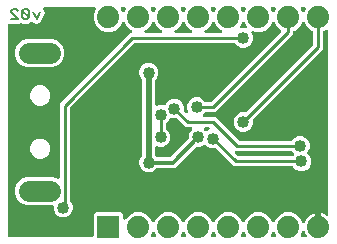
<source format=gbr>
G04 EAGLE Gerber RS-274X export*
G75*
%MOMM*%
%FSLAX34Y34*%
%LPD*%
%INBottom Copper*%
%IPPOS*%
%AMOC8*
5,1,8,0,0,1.08239X$1,22.5*%
G01*
%ADD10C,0.152400*%
%ADD11C,1.778000*%
%ADD12R,1.879600X1.879600*%
%ADD13C,1.879600*%
%ADD14C,1.016000*%
%ADD15C,0.508000*%
%ADD16C,0.304800*%
%ADD17C,0.254000*%

G36*
X75302Y4080D02*
X75302Y4080D01*
X75421Y4087D01*
X75459Y4100D01*
X75500Y4105D01*
X75610Y4148D01*
X75723Y4185D01*
X75758Y4207D01*
X75795Y4222D01*
X75891Y4291D01*
X75992Y4355D01*
X76020Y4385D01*
X76053Y4408D01*
X76129Y4500D01*
X76210Y4587D01*
X76230Y4622D01*
X76255Y4653D01*
X76306Y4761D01*
X76364Y4865D01*
X76374Y4905D01*
X76391Y4941D01*
X76413Y5058D01*
X76443Y5173D01*
X76447Y5233D01*
X76451Y5253D01*
X76449Y5274D01*
X76453Y5334D01*
X76453Y23361D01*
X78239Y25147D01*
X99561Y25147D01*
X101347Y23361D01*
X101347Y20334D01*
X101355Y20265D01*
X101354Y20195D01*
X101375Y20108D01*
X101387Y20018D01*
X101412Y19953D01*
X101429Y19886D01*
X101471Y19806D01*
X101504Y19723D01*
X101545Y19666D01*
X101577Y19604D01*
X101638Y19538D01*
X101690Y19465D01*
X101744Y19421D01*
X101791Y19369D01*
X101866Y19320D01*
X101935Y19263D01*
X101999Y19233D01*
X102057Y19194D01*
X102142Y19165D01*
X102223Y19127D01*
X102292Y19114D01*
X102358Y19091D01*
X102447Y19084D01*
X102535Y19067D01*
X102605Y19072D01*
X102675Y19066D01*
X102763Y19081D01*
X102853Y19087D01*
X102919Y19108D01*
X102988Y19120D01*
X103070Y19157D01*
X103155Y19185D01*
X103214Y19222D01*
X103278Y19251D01*
X103348Y19307D01*
X103424Y19355D01*
X103472Y19406D01*
X103526Y19450D01*
X103581Y19521D01*
X103642Y19587D01*
X103676Y19648D01*
X103718Y19704D01*
X103734Y19736D01*
X107250Y23252D01*
X111824Y25147D01*
X116776Y25147D01*
X121350Y23252D01*
X124852Y19750D01*
X125827Y17395D01*
X125896Y17275D01*
X125961Y17152D01*
X125975Y17137D01*
X125985Y17119D01*
X126082Y17019D01*
X126175Y16916D01*
X126192Y16905D01*
X126206Y16891D01*
X126324Y16818D01*
X126441Y16742D01*
X126460Y16735D01*
X126477Y16724D01*
X126610Y16684D01*
X126742Y16638D01*
X126762Y16637D01*
X126781Y16631D01*
X126920Y16624D01*
X127059Y16613D01*
X127079Y16617D01*
X127099Y16616D01*
X127235Y16644D01*
X127372Y16668D01*
X127391Y16676D01*
X127410Y16680D01*
X127535Y16741D01*
X127662Y16798D01*
X127678Y16811D01*
X127696Y16820D01*
X127802Y16910D01*
X127910Y16997D01*
X127923Y17013D01*
X127938Y17026D01*
X128018Y17140D01*
X128102Y17251D01*
X128114Y17276D01*
X128121Y17286D01*
X128128Y17305D01*
X128173Y17395D01*
X129148Y19750D01*
X132650Y23252D01*
X137224Y25147D01*
X142176Y25147D01*
X146750Y23252D01*
X150252Y19750D01*
X151227Y17395D01*
X151296Y17275D01*
X151361Y17152D01*
X151375Y17137D01*
X151385Y17119D01*
X151482Y17019D01*
X151575Y16916D01*
X151592Y16905D01*
X151606Y16891D01*
X151724Y16818D01*
X151841Y16742D01*
X151860Y16735D01*
X151877Y16724D01*
X152010Y16684D01*
X152142Y16638D01*
X152162Y16637D01*
X152181Y16631D01*
X152320Y16624D01*
X152459Y16613D01*
X152479Y16617D01*
X152499Y16616D01*
X152635Y16644D01*
X152772Y16668D01*
X152791Y16676D01*
X152810Y16680D01*
X152935Y16741D01*
X153062Y16798D01*
X153078Y16811D01*
X153096Y16820D01*
X153202Y16910D01*
X153310Y16997D01*
X153323Y17013D01*
X153338Y17026D01*
X153418Y17140D01*
X153502Y17251D01*
X153514Y17276D01*
X153521Y17286D01*
X153528Y17305D01*
X153573Y17395D01*
X154548Y19750D01*
X158050Y23252D01*
X162624Y25147D01*
X167576Y25147D01*
X172150Y23252D01*
X175652Y19750D01*
X176627Y17395D01*
X176696Y17275D01*
X176761Y17152D01*
X176775Y17137D01*
X176785Y17119D01*
X176882Y17019D01*
X176975Y16916D01*
X176992Y16905D01*
X177006Y16891D01*
X177125Y16818D01*
X177241Y16742D01*
X177260Y16735D01*
X177277Y16724D01*
X177410Y16684D01*
X177542Y16638D01*
X177562Y16637D01*
X177581Y16631D01*
X177720Y16624D01*
X177859Y16613D01*
X177879Y16617D01*
X177899Y16616D01*
X178035Y16644D01*
X178172Y16668D01*
X178191Y16676D01*
X178210Y16680D01*
X178336Y16741D01*
X178462Y16798D01*
X178478Y16811D01*
X178496Y16820D01*
X178602Y16910D01*
X178710Y16997D01*
X178723Y17013D01*
X178738Y17026D01*
X178818Y17140D01*
X178902Y17251D01*
X178914Y17276D01*
X178921Y17286D01*
X178928Y17305D01*
X178973Y17395D01*
X179948Y19750D01*
X183450Y23252D01*
X188024Y25147D01*
X192976Y25147D01*
X197550Y23252D01*
X201052Y19751D01*
X202027Y17395D01*
X202096Y17274D01*
X202161Y17152D01*
X202175Y17137D01*
X202185Y17119D01*
X202282Y17019D01*
X202375Y16916D01*
X202392Y16905D01*
X202406Y16891D01*
X202524Y16818D01*
X202641Y16742D01*
X202660Y16735D01*
X202677Y16724D01*
X202810Y16684D01*
X202942Y16638D01*
X202962Y16637D01*
X202981Y16631D01*
X203120Y16624D01*
X203259Y16613D01*
X203279Y16617D01*
X203299Y16616D01*
X203435Y16644D01*
X203572Y16668D01*
X203591Y16676D01*
X203610Y16680D01*
X203735Y16741D01*
X203862Y16798D01*
X203878Y16811D01*
X203896Y16820D01*
X204002Y16910D01*
X204110Y16997D01*
X204123Y17013D01*
X204138Y17026D01*
X204218Y17140D01*
X204302Y17251D01*
X204314Y17276D01*
X204321Y17286D01*
X204328Y17305D01*
X204373Y17395D01*
X205348Y19750D01*
X208850Y23252D01*
X213424Y25147D01*
X218376Y25147D01*
X222950Y23252D01*
X226452Y19751D01*
X227427Y17395D01*
X227496Y17274D01*
X227561Y17152D01*
X227575Y17137D01*
X227585Y17119D01*
X227682Y17019D01*
X227775Y16916D01*
X227792Y16905D01*
X227806Y16891D01*
X227924Y16818D01*
X228041Y16742D01*
X228060Y16735D01*
X228077Y16724D01*
X228210Y16684D01*
X228342Y16638D01*
X228362Y16637D01*
X228381Y16631D01*
X228520Y16624D01*
X228659Y16613D01*
X228679Y16617D01*
X228699Y16616D01*
X228835Y16644D01*
X228972Y16668D01*
X228991Y16676D01*
X229010Y16680D01*
X229135Y16741D01*
X229262Y16798D01*
X229278Y16811D01*
X229296Y16820D01*
X229402Y16910D01*
X229510Y16997D01*
X229523Y17013D01*
X229538Y17026D01*
X229618Y17140D01*
X229702Y17251D01*
X229714Y17276D01*
X229721Y17286D01*
X229728Y17305D01*
X229773Y17395D01*
X230748Y19750D01*
X234250Y23252D01*
X238824Y25147D01*
X243776Y25147D01*
X248350Y23252D01*
X251852Y19750D01*
X253105Y16725D01*
X253120Y16699D01*
X253129Y16670D01*
X253199Y16561D01*
X253263Y16448D01*
X253284Y16427D01*
X253300Y16402D01*
X253394Y16313D01*
X253484Y16220D01*
X253510Y16204D01*
X253531Y16184D01*
X253645Y16121D01*
X253755Y16054D01*
X253784Y16045D01*
X253810Y16031D01*
X253935Y15998D01*
X254059Y15960D01*
X254089Y15959D01*
X254118Y15951D01*
X254248Y15951D01*
X254377Y15945D01*
X254406Y15951D01*
X254436Y15951D01*
X254561Y15983D01*
X254688Y16009D01*
X254715Y16022D01*
X254744Y16030D01*
X254857Y16092D01*
X254974Y16149D01*
X254997Y16168D01*
X255023Y16183D01*
X255117Y16271D01*
X255216Y16355D01*
X255233Y16380D01*
X255255Y16400D01*
X255324Y16509D01*
X255399Y16615D01*
X255410Y16643D01*
X255426Y16669D01*
X255485Y16818D01*
X255636Y17283D01*
X256489Y18957D01*
X257594Y20478D01*
X258922Y21806D01*
X260443Y22911D01*
X262117Y23764D01*
X263904Y24345D01*
X264161Y24385D01*
X264161Y13970D01*
X264176Y13852D01*
X264183Y13733D01*
X264196Y13695D01*
X264201Y13655D01*
X264244Y13544D01*
X264281Y13431D01*
X264303Y13397D01*
X264318Y13359D01*
X264388Y13263D01*
X264451Y13162D01*
X264481Y13134D01*
X264504Y13102D01*
X264596Y13026D01*
X264683Y12944D01*
X264718Y12925D01*
X264749Y12899D01*
X264857Y12848D01*
X264961Y12791D01*
X265001Y12780D01*
X265037Y12763D01*
X265154Y12741D01*
X265269Y12711D01*
X265330Y12707D01*
X265350Y12703D01*
X265370Y12705D01*
X265430Y12701D01*
X267970Y12701D01*
X268088Y12716D01*
X268207Y12723D01*
X268245Y12736D01*
X268285Y12741D01*
X268396Y12785D01*
X268509Y12821D01*
X268544Y12843D01*
X268581Y12858D01*
X268677Y12928D01*
X268778Y12991D01*
X268806Y13021D01*
X268839Y13045D01*
X268914Y13136D01*
X268996Y13223D01*
X269016Y13258D01*
X269041Y13290D01*
X269092Y13397D01*
X269150Y13502D01*
X269160Y13541D01*
X269177Y13577D01*
X269199Y13694D01*
X269229Y13809D01*
X269233Y13870D01*
X269237Y13890D01*
X269235Y13910D01*
X269239Y13970D01*
X269239Y24385D01*
X269496Y24345D01*
X271283Y23764D01*
X272957Y22911D01*
X273320Y22647D01*
X273355Y22628D01*
X273385Y22603D01*
X273494Y22552D01*
X273599Y22494D01*
X273637Y22484D01*
X273673Y22467D01*
X273791Y22445D01*
X273907Y22415D01*
X273946Y22415D01*
X273986Y22408D01*
X274105Y22415D01*
X274225Y22415D01*
X274263Y22425D01*
X274303Y22427D01*
X274417Y22464D01*
X274533Y22494D01*
X274568Y22513D01*
X274605Y22525D01*
X274706Y22589D01*
X274811Y22647D01*
X274841Y22674D01*
X274874Y22695D01*
X274956Y22783D01*
X275043Y22865D01*
X275065Y22898D01*
X275092Y22927D01*
X275150Y23032D01*
X275214Y23133D01*
X275226Y23171D01*
X275246Y23206D01*
X275275Y23321D01*
X275313Y23435D01*
X275315Y23475D01*
X275325Y23514D01*
X275335Y23674D01*
X275335Y178705D01*
X275329Y178754D01*
X275331Y178804D01*
X275309Y178911D01*
X275295Y179021D01*
X275277Y179067D01*
X275267Y179115D01*
X275219Y179214D01*
X275178Y179316D01*
X275149Y179357D01*
X275127Y179401D01*
X275056Y179485D01*
X274992Y179574D01*
X274953Y179605D01*
X274921Y179643D01*
X274831Y179706D01*
X274747Y179776D01*
X274702Y179798D01*
X274661Y179826D01*
X274558Y179865D01*
X274459Y179912D01*
X274410Y179921D01*
X274364Y179939D01*
X274254Y179951D01*
X274147Y179972D01*
X274097Y179969D01*
X274048Y179974D01*
X273939Y179959D01*
X273829Y179952D01*
X273782Y179937D01*
X273733Y179930D01*
X273580Y179878D01*
X271802Y179141D01*
X271777Y179127D01*
X271749Y179117D01*
X271639Y179048D01*
X271526Y178984D01*
X271505Y178963D01*
X271480Y178947D01*
X271391Y178852D01*
X271298Y178762D01*
X271282Y178737D01*
X271262Y178716D01*
X271199Y178602D01*
X271131Y178491D01*
X271123Y178463D01*
X271108Y178437D01*
X271089Y178361D01*
X271081Y178345D01*
X271073Y178300D01*
X271038Y178187D01*
X271036Y178158D01*
X271029Y178129D01*
X271024Y178044D01*
X271021Y178032D01*
X271022Y178021D01*
X271019Y177969D01*
X271019Y163311D01*
X211700Y103993D01*
X211640Y103915D01*
X211572Y103842D01*
X211543Y103789D01*
X211506Y103742D01*
X211466Y103651D01*
X211418Y103564D01*
X211403Y103505D01*
X211379Y103450D01*
X211364Y103352D01*
X211339Y103256D01*
X211333Y103156D01*
X211329Y103136D01*
X211331Y103123D01*
X211329Y103095D01*
X211329Y99983D01*
X210091Y96995D01*
X207805Y94709D01*
X204817Y93471D01*
X201583Y93471D01*
X198595Y94709D01*
X196309Y96995D01*
X195071Y99983D01*
X195071Y103217D01*
X196309Y106205D01*
X198595Y108491D01*
X201583Y109729D01*
X204695Y109729D01*
X204794Y109741D01*
X204893Y109744D01*
X204951Y109761D01*
X205011Y109769D01*
X205103Y109805D01*
X205198Y109833D01*
X205250Y109863D01*
X205307Y109886D01*
X205387Y109944D01*
X205472Y109994D01*
X205547Y110060D01*
X205564Y110072D01*
X205572Y110082D01*
X205593Y110100D01*
X262010Y166517D01*
X262070Y166595D01*
X262138Y166668D01*
X262167Y166721D01*
X262204Y166768D01*
X262244Y166859D01*
X262292Y166946D01*
X262307Y167005D01*
X262331Y167060D01*
X262346Y167158D01*
X262371Y167254D01*
X262377Y167354D01*
X262381Y167374D01*
X262379Y167387D01*
X262381Y167415D01*
X262381Y177969D01*
X262378Y177998D01*
X262380Y178027D01*
X262363Y178125D01*
X262359Y178189D01*
X262350Y178217D01*
X262341Y178284D01*
X262331Y178311D01*
X262326Y178341D01*
X262272Y178459D01*
X262268Y178470D01*
X262261Y178491D01*
X262257Y178498D01*
X262224Y178580D01*
X262207Y178604D01*
X262195Y178631D01*
X262114Y178732D01*
X262038Y178837D01*
X262015Y178856D01*
X261996Y178879D01*
X261893Y178957D01*
X261793Y179040D01*
X261766Y179053D01*
X261742Y179070D01*
X261598Y179141D01*
X259650Y179948D01*
X256148Y183449D01*
X255173Y185805D01*
X255104Y185926D01*
X255039Y186048D01*
X255025Y186063D01*
X255015Y186081D01*
X254918Y186181D01*
X254825Y186284D01*
X254808Y186295D01*
X254794Y186309D01*
X254676Y186382D01*
X254559Y186458D01*
X254540Y186465D01*
X254523Y186476D01*
X254390Y186516D01*
X254258Y186562D01*
X254238Y186563D01*
X254219Y186569D01*
X254080Y186576D01*
X253941Y186587D01*
X253921Y186583D01*
X253901Y186584D01*
X253765Y186556D01*
X253628Y186532D01*
X253609Y186524D01*
X253590Y186520D01*
X253465Y186459D01*
X253338Y186402D01*
X253322Y186389D01*
X253304Y186380D01*
X253198Y186290D01*
X253090Y186203D01*
X253077Y186187D01*
X253062Y186174D01*
X252982Y186060D01*
X252898Y185949D01*
X252886Y185924D01*
X252879Y185914D01*
X252872Y185895D01*
X252827Y185805D01*
X251852Y183450D01*
X248350Y179948D01*
X246402Y179141D01*
X246377Y179127D01*
X246349Y179117D01*
X246239Y179048D01*
X246126Y178984D01*
X246105Y178963D01*
X246080Y178947D01*
X245991Y178853D01*
X245898Y178762D01*
X245882Y178737D01*
X245862Y178716D01*
X245799Y178602D01*
X245731Y178491D01*
X245723Y178463D01*
X245708Y178437D01*
X245689Y178361D01*
X245681Y178345D01*
X245673Y178300D01*
X245638Y178187D01*
X245636Y178158D01*
X245629Y178129D01*
X245624Y178044D01*
X245621Y178032D01*
X245622Y178021D01*
X245619Y177969D01*
X245619Y176011D01*
X179589Y109981D01*
X171533Y109981D01*
X171435Y109969D01*
X171336Y109966D01*
X171277Y109949D01*
X171217Y109941D01*
X171125Y109905D01*
X171030Y109877D01*
X170978Y109847D01*
X170922Y109824D01*
X170842Y109766D01*
X170756Y109716D01*
X170681Y109650D01*
X170664Y109638D01*
X170656Y109628D01*
X170635Y109610D01*
X169111Y108085D01*
X169026Y107976D01*
X168937Y107869D01*
X168929Y107850D01*
X168916Y107834D01*
X168861Y107707D01*
X168802Y107581D01*
X168798Y107561D01*
X168790Y107542D01*
X168768Y107404D01*
X168742Y107268D01*
X168743Y107248D01*
X168740Y107228D01*
X168753Y107089D01*
X168762Y106951D01*
X168768Y106932D01*
X168770Y106912D01*
X168817Y106780D01*
X168860Y106649D01*
X168871Y106631D01*
X168878Y106612D01*
X168956Y106497D01*
X169030Y106380D01*
X169045Y106366D01*
X169056Y106349D01*
X169160Y106257D01*
X169262Y106162D01*
X169279Y106152D01*
X169295Y106139D01*
X169419Y106075D01*
X169540Y106008D01*
X169560Y106003D01*
X169578Y105994D01*
X169714Y105964D01*
X169848Y105929D01*
X169876Y105927D01*
X169888Y105924D01*
X169909Y105925D01*
X170009Y105919D01*
X179589Y105919D01*
X199297Y86210D01*
X199375Y86150D01*
X199448Y86082D01*
X199501Y86053D01*
X199548Y86016D01*
X199639Y85976D01*
X199726Y85928D01*
X199785Y85913D01*
X199840Y85889D01*
X199938Y85874D01*
X200034Y85849D01*
X200134Y85843D01*
X200154Y85839D01*
X200167Y85841D01*
X200195Y85839D01*
X243517Y85839D01*
X243615Y85851D01*
X243714Y85854D01*
X243773Y85871D01*
X243833Y85879D01*
X243925Y85915D01*
X244020Y85943D01*
X244072Y85973D01*
X244128Y85996D01*
X244208Y86054D01*
X244294Y86104D01*
X244369Y86170D01*
X244386Y86182D01*
X244394Y86192D01*
X244415Y86210D01*
X246615Y88411D01*
X249603Y89649D01*
X252837Y89649D01*
X255825Y88411D01*
X258111Y86125D01*
X259349Y83137D01*
X259349Y79903D01*
X258111Y76915D01*
X257658Y76463D01*
X257585Y76368D01*
X257507Y76279D01*
X257488Y76243D01*
X257463Y76211D01*
X257416Y76102D01*
X257362Y75996D01*
X257353Y75957D01*
X257337Y75919D01*
X257318Y75802D01*
X257292Y75686D01*
X257293Y75645D01*
X257287Y75605D01*
X257298Y75486D01*
X257302Y75368D01*
X257313Y75329D01*
X257317Y75289D01*
X257357Y75177D01*
X257390Y75062D01*
X257411Y75027D01*
X257425Y74989D01*
X257491Y74891D01*
X257552Y74788D01*
X257592Y74743D01*
X257603Y74726D01*
X257618Y74713D01*
X257658Y74668D01*
X259381Y72945D01*
X260619Y69957D01*
X260619Y66723D01*
X259381Y63735D01*
X257095Y61449D01*
X254107Y60211D01*
X250873Y60211D01*
X247885Y61449D01*
X245685Y63650D01*
X245606Y63710D01*
X245534Y63778D01*
X245481Y63807D01*
X245433Y63844D01*
X245342Y63884D01*
X245256Y63932D01*
X245197Y63947D01*
X245142Y63971D01*
X245044Y63986D01*
X244948Y64011D01*
X244848Y64017D01*
X244827Y64021D01*
X244815Y64019D01*
X244787Y64021D01*
X195301Y64021D01*
X180193Y79130D01*
X180115Y79190D01*
X180043Y79258D01*
X179990Y79287D01*
X179942Y79324D01*
X179851Y79364D01*
X179764Y79412D01*
X179705Y79427D01*
X179650Y79451D01*
X179552Y79466D01*
X179456Y79491D01*
X179356Y79497D01*
X179336Y79501D01*
X179323Y79499D01*
X179295Y79501D01*
X176183Y79501D01*
X173195Y80739D01*
X171712Y82222D01*
X171618Y82295D01*
X171529Y82374D01*
X171493Y82392D01*
X171461Y82417D01*
X171352Y82464D01*
X171246Y82518D01*
X171206Y82527D01*
X171169Y82543D01*
X171052Y82562D01*
X170936Y82588D01*
X170895Y82587D01*
X170855Y82593D01*
X170736Y82582D01*
X170618Y82578D01*
X170579Y82567D01*
X170539Y82563D01*
X170427Y82523D01*
X170312Y82490D01*
X170277Y82469D01*
X170239Y82455D01*
X170141Y82389D01*
X170038Y82328D01*
X169993Y82288D01*
X169976Y82277D01*
X169963Y82262D01*
X169917Y82222D01*
X169705Y82009D01*
X166717Y80771D01*
X163964Y80771D01*
X163866Y80759D01*
X163767Y80756D01*
X163708Y80739D01*
X163648Y80731D01*
X163556Y80695D01*
X163461Y80667D01*
X163409Y80637D01*
X163353Y80614D01*
X163273Y80556D01*
X163187Y80506D01*
X163112Y80440D01*
X163095Y80428D01*
X163087Y80418D01*
X163066Y80400D01*
X145404Y62737D01*
X130639Y62737D01*
X130541Y62725D01*
X130442Y62722D01*
X130383Y62705D01*
X130323Y62697D01*
X130231Y62661D01*
X130136Y62633D01*
X130084Y62603D01*
X130028Y62580D01*
X129948Y62522D01*
X129862Y62472D01*
X129787Y62406D01*
X129770Y62394D01*
X129762Y62384D01*
X129741Y62366D01*
X127795Y60419D01*
X124807Y59181D01*
X121573Y59181D01*
X118585Y60419D01*
X116299Y62705D01*
X115061Y65693D01*
X115061Y68927D01*
X116299Y71915D01*
X117230Y72845D01*
X117290Y72924D01*
X117358Y72996D01*
X117387Y73049D01*
X117424Y73097D01*
X117464Y73188D01*
X117512Y73274D01*
X117527Y73333D01*
X117551Y73388D01*
X117566Y73486D01*
X117591Y73582D01*
X117597Y73682D01*
X117601Y73703D01*
X117599Y73715D01*
X117601Y73743D01*
X117601Y137077D01*
X117589Y137175D01*
X117586Y137274D01*
X117569Y137333D01*
X117561Y137393D01*
X117525Y137485D01*
X117497Y137580D01*
X117467Y137632D01*
X117444Y137688D01*
X117386Y137768D01*
X117336Y137854D01*
X117270Y137929D01*
X117258Y137946D01*
X117248Y137954D01*
X117230Y137975D01*
X116299Y138905D01*
X115061Y141893D01*
X115061Y145127D01*
X116299Y148115D01*
X118585Y150401D01*
X121573Y151639D01*
X124807Y151639D01*
X127795Y150401D01*
X130081Y148115D01*
X131319Y145127D01*
X131319Y141893D01*
X130081Y138905D01*
X129150Y137975D01*
X129090Y137896D01*
X129022Y137824D01*
X128993Y137771D01*
X128956Y137723D01*
X128916Y137632D01*
X128868Y137546D01*
X128853Y137487D01*
X128829Y137432D01*
X128814Y137334D01*
X128789Y137238D01*
X128783Y137138D01*
X128779Y137117D01*
X128781Y137105D01*
X128779Y137077D01*
X128779Y116755D01*
X128785Y116705D01*
X128783Y116656D01*
X128805Y116548D01*
X128819Y116439D01*
X128837Y116393D01*
X128847Y116344D01*
X128895Y116246D01*
X128936Y116143D01*
X128965Y116103D01*
X128987Y116058D01*
X129058Y115975D01*
X129122Y115886D01*
X129161Y115854D01*
X129193Y115816D01*
X129283Y115753D01*
X129367Y115683D01*
X129412Y115662D01*
X129453Y115633D01*
X129556Y115594D01*
X129655Y115548D01*
X129704Y115538D01*
X129750Y115521D01*
X129860Y115508D01*
X129967Y115488D01*
X130017Y115491D01*
X130066Y115485D01*
X130175Y115501D01*
X130285Y115508D01*
X130332Y115523D01*
X130381Y115530D01*
X130534Y115582D01*
X131733Y116079D01*
X134967Y116079D01*
X135738Y115759D01*
X135853Y115728D01*
X135966Y115689D01*
X136006Y115686D01*
X136045Y115675D01*
X136164Y115673D01*
X136283Y115664D01*
X136322Y115671D01*
X136363Y115670D01*
X136479Y115698D01*
X136596Y115718D01*
X136633Y115735D01*
X136672Y115744D01*
X136777Y115800D01*
X136886Y115849D01*
X136918Y115874D01*
X136953Y115893D01*
X137041Y115973D01*
X137134Y116048D01*
X137159Y116080D01*
X137189Y116107D01*
X137254Y116207D01*
X137326Y116302D01*
X137352Y116356D01*
X137363Y116373D01*
X137370Y116392D01*
X137397Y116446D01*
X137889Y117635D01*
X140175Y119921D01*
X143163Y121159D01*
X146397Y121159D01*
X149385Y119921D01*
X151671Y117635D01*
X152909Y114647D01*
X152909Y111535D01*
X152921Y111436D01*
X152924Y111337D01*
X152941Y111279D01*
X152949Y111219D01*
X152985Y111127D01*
X153013Y111032D01*
X153043Y110980D01*
X153066Y110923D01*
X153124Y110843D01*
X153174Y110758D01*
X153240Y110683D01*
X153252Y110666D01*
X153262Y110658D01*
X153280Y110637D01*
X154348Y109570D01*
X154403Y109527D01*
X154451Y109477D01*
X154528Y109430D01*
X154599Y109375D01*
X154663Y109347D01*
X154723Y109311D01*
X154808Y109284D01*
X154891Y109249D01*
X154960Y109238D01*
X155026Y109217D01*
X155116Y109213D01*
X155205Y109199D01*
X155275Y109205D01*
X155344Y109202D01*
X155432Y109220D01*
X155522Y109229D01*
X155587Y109252D01*
X155656Y109266D01*
X155736Y109306D01*
X155821Y109336D01*
X155879Y109375D01*
X155941Y109406D01*
X156010Y109464D01*
X156084Y109515D01*
X156130Y109567D01*
X156183Y109612D01*
X156235Y109686D01*
X156294Y109753D01*
X156326Y109815D01*
X156366Y109872D01*
X156398Y109956D01*
X156439Y110036D01*
X156454Y110105D01*
X156479Y110170D01*
X156489Y110259D01*
X156509Y110347D01*
X156507Y110416D01*
X156514Y110486D01*
X156502Y110575D01*
X156499Y110665D01*
X156480Y110732D01*
X156470Y110801D01*
X156418Y110953D01*
X155701Y112683D01*
X155701Y115917D01*
X156939Y118905D01*
X159225Y121191D01*
X162213Y122429D01*
X165447Y122429D01*
X168435Y121191D01*
X170635Y118990D01*
X170714Y118930D01*
X170786Y118862D01*
X170839Y118833D01*
X170887Y118796D01*
X170978Y118756D01*
X171064Y118708D01*
X171123Y118693D01*
X171178Y118669D01*
X171276Y118654D01*
X171372Y118629D01*
X171472Y118623D01*
X171493Y118619D01*
X171505Y118621D01*
X171533Y118619D01*
X175485Y118619D01*
X175584Y118631D01*
X175683Y118634D01*
X175741Y118651D01*
X175801Y118659D01*
X175893Y118695D01*
X175988Y118723D01*
X176040Y118753D01*
X176097Y118776D01*
X176177Y118834D01*
X176262Y118884D01*
X176337Y118950D01*
X176354Y118962D01*
X176362Y118972D01*
X176383Y118990D01*
X235092Y177700D01*
X235122Y177739D01*
X235159Y177772D01*
X235220Y177864D01*
X235287Y177951D01*
X235307Y177997D01*
X235334Y178038D01*
X235370Y178142D01*
X235413Y178243D01*
X235421Y178292D01*
X235437Y178339D01*
X235446Y178448D01*
X235463Y178557D01*
X235458Y178606D01*
X235462Y178656D01*
X235444Y178764D01*
X235433Y178873D01*
X235417Y178920D01*
X235408Y178969D01*
X235363Y179069D01*
X235326Y179173D01*
X235298Y179214D01*
X235277Y179259D01*
X235209Y179345D01*
X235147Y179436D01*
X235110Y179469D01*
X235079Y179508D01*
X234991Y179574D01*
X234909Y179646D01*
X234864Y179669D01*
X234825Y179699D01*
X234680Y179770D01*
X234250Y179948D01*
X230748Y183449D01*
X229773Y185805D01*
X229704Y185926D01*
X229639Y186048D01*
X229625Y186063D01*
X229615Y186081D01*
X229518Y186181D01*
X229425Y186284D01*
X229408Y186295D01*
X229394Y186309D01*
X229276Y186382D01*
X229159Y186458D01*
X229140Y186465D01*
X229123Y186476D01*
X228990Y186516D01*
X228858Y186562D01*
X228838Y186563D01*
X228819Y186569D01*
X228680Y186576D01*
X228541Y186587D01*
X228521Y186583D01*
X228501Y186584D01*
X228365Y186556D01*
X228228Y186532D01*
X228209Y186524D01*
X228190Y186520D01*
X228065Y186459D01*
X227938Y186402D01*
X227922Y186389D01*
X227904Y186380D01*
X227798Y186290D01*
X227690Y186203D01*
X227677Y186187D01*
X227662Y186174D01*
X227582Y186060D01*
X227498Y185949D01*
X227486Y185924D01*
X227479Y185914D01*
X227472Y185895D01*
X227427Y185805D01*
X226452Y183450D01*
X222950Y179948D01*
X218376Y178053D01*
X213424Y178053D01*
X211868Y178698D01*
X211733Y178735D01*
X211601Y178776D01*
X211580Y178777D01*
X211561Y178782D01*
X211421Y178784D01*
X211283Y178791D01*
X211263Y178787D01*
X211243Y178787D01*
X211107Y178755D01*
X210971Y178727D01*
X210953Y178718D01*
X210934Y178713D01*
X210811Y178648D01*
X210686Y178587D01*
X210670Y178574D01*
X210652Y178564D01*
X210550Y178471D01*
X210444Y178380D01*
X210432Y178364D01*
X210417Y178350D01*
X210341Y178234D01*
X210261Y178120D01*
X210254Y178102D01*
X210242Y178085D01*
X210197Y177953D01*
X210148Y177823D01*
X210146Y177803D01*
X210139Y177784D01*
X210128Y177645D01*
X210113Y177507D01*
X210116Y177487D01*
X210114Y177467D01*
X210138Y177330D01*
X210157Y177192D01*
X210166Y177165D01*
X210168Y177153D01*
X210177Y177135D01*
X210209Y177040D01*
X211329Y174337D01*
X211329Y171103D01*
X210091Y168115D01*
X207805Y165829D01*
X204817Y164591D01*
X201583Y164591D01*
X198595Y165829D01*
X196395Y168030D01*
X196316Y168090D01*
X196244Y168158D01*
X196191Y168187D01*
X196143Y168224D01*
X196052Y168264D01*
X195966Y168312D01*
X195907Y168327D01*
X195852Y168351D01*
X195754Y168366D01*
X195658Y168391D01*
X195558Y168397D01*
X195537Y168401D01*
X195525Y168399D01*
X195497Y168401D01*
X111535Y168401D01*
X111436Y168389D01*
X111337Y168386D01*
X111279Y168369D01*
X111219Y168361D01*
X111127Y168325D01*
X111032Y168297D01*
X110980Y168267D01*
X110923Y168244D01*
X110843Y168186D01*
X110758Y168136D01*
X110683Y168070D01*
X110666Y168058D01*
X110658Y168048D01*
X110637Y168030D01*
X56760Y114153D01*
X56700Y114075D01*
X56632Y114002D01*
X56603Y113949D01*
X56566Y113902D01*
X56526Y113811D01*
X56478Y113724D01*
X56463Y113665D01*
X56439Y113610D01*
X56424Y113512D01*
X56399Y113416D01*
X56393Y113316D01*
X56389Y113296D01*
X56391Y113283D01*
X56389Y113255D01*
X56389Y35643D01*
X56401Y35545D01*
X56404Y35446D01*
X56421Y35387D01*
X56429Y35327D01*
X56465Y35235D01*
X56493Y35140D01*
X56523Y35088D01*
X56546Y35032D01*
X56604Y34952D01*
X56654Y34866D01*
X56720Y34791D01*
X56732Y34774D01*
X56742Y34766D01*
X56760Y34745D01*
X57691Y33815D01*
X58929Y30827D01*
X58929Y27593D01*
X57691Y24605D01*
X55405Y22319D01*
X52417Y21081D01*
X49183Y21081D01*
X46195Y22319D01*
X43909Y24605D01*
X42671Y27593D01*
X42671Y29892D01*
X42656Y30010D01*
X42649Y30129D01*
X42636Y30167D01*
X42631Y30208D01*
X42588Y30318D01*
X42551Y30431D01*
X42529Y30466D01*
X42514Y30503D01*
X42445Y30599D01*
X42381Y30700D01*
X42351Y30728D01*
X42328Y30761D01*
X42236Y30837D01*
X42149Y30918D01*
X42114Y30938D01*
X42083Y30963D01*
X41975Y31014D01*
X41871Y31072D01*
X41831Y31082D01*
X41795Y31099D01*
X41678Y31121D01*
X41563Y31151D01*
X41503Y31155D01*
X41483Y31159D01*
X41462Y31157D01*
X41402Y31161D01*
X19235Y31161D01*
X14847Y32979D01*
X11489Y36337D01*
X9671Y40725D01*
X9671Y45475D01*
X11489Y49863D01*
X14847Y53221D01*
X19235Y55039D01*
X41765Y55039D01*
X45996Y53286D01*
X46044Y53273D01*
X46089Y53252D01*
X46197Y53231D01*
X46303Y53202D01*
X46353Y53201D01*
X46402Y53192D01*
X46511Y53199D01*
X46621Y53197D01*
X46669Y53209D01*
X46719Y53212D01*
X46823Y53245D01*
X46930Y53271D01*
X46974Y53294D01*
X47021Y53310D01*
X47114Y53368D01*
X47211Y53420D01*
X47248Y53453D01*
X47290Y53480D01*
X47365Y53560D01*
X47447Y53634D01*
X47474Y53675D01*
X47508Y53711D01*
X47561Y53808D01*
X47621Y53899D01*
X47638Y53947D01*
X47662Y53990D01*
X47689Y54096D01*
X47725Y54200D01*
X47729Y54250D01*
X47741Y54298D01*
X47751Y54459D01*
X47751Y117359D01*
X107431Y177039D01*
X107893Y177039D01*
X107962Y177047D01*
X108032Y177046D01*
X108119Y177067D01*
X108208Y177079D01*
X108273Y177104D01*
X108341Y177121D01*
X108420Y177163D01*
X108504Y177196D01*
X108560Y177237D01*
X108622Y177269D01*
X108688Y177330D01*
X108761Y177382D01*
X108806Y177436D01*
X108857Y177483D01*
X108907Y177558D01*
X108964Y177627D01*
X108994Y177691D01*
X109032Y177749D01*
X109061Y177834D01*
X109099Y177915D01*
X109113Y177984D01*
X109135Y178050D01*
X109142Y178139D01*
X109159Y178227D01*
X109155Y178297D01*
X109160Y178367D01*
X109145Y178455D01*
X109140Y178545D01*
X109118Y178611D01*
X109106Y178680D01*
X109069Y178762D01*
X109041Y178847D01*
X109004Y178906D01*
X108975Y178970D01*
X108919Y179040D01*
X108871Y179116D01*
X108821Y179164D01*
X108777Y179218D01*
X108705Y179273D01*
X108640Y179334D01*
X108579Y179368D01*
X108523Y179410D01*
X108378Y179481D01*
X107249Y179948D01*
X103748Y183450D01*
X102773Y185805D01*
X102704Y185925D01*
X102639Y186048D01*
X102625Y186063D01*
X102615Y186081D01*
X102518Y186181D01*
X102425Y186284D01*
X102408Y186295D01*
X102394Y186309D01*
X102276Y186382D01*
X102159Y186458D01*
X102140Y186465D01*
X102123Y186476D01*
X101990Y186516D01*
X101858Y186562D01*
X101838Y186563D01*
X101819Y186569D01*
X101680Y186576D01*
X101541Y186587D01*
X101521Y186583D01*
X101501Y186584D01*
X101365Y186556D01*
X101228Y186532D01*
X101209Y186524D01*
X101190Y186520D01*
X101065Y186459D01*
X100938Y186402D01*
X100922Y186389D01*
X100904Y186380D01*
X100798Y186290D01*
X100690Y186203D01*
X100677Y186187D01*
X100662Y186174D01*
X100582Y186060D01*
X100498Y185949D01*
X100486Y185924D01*
X100479Y185914D01*
X100472Y185895D01*
X100427Y185805D01*
X99452Y183450D01*
X95950Y179948D01*
X91376Y178053D01*
X86424Y178053D01*
X81850Y179948D01*
X78348Y183450D01*
X76453Y188024D01*
X76453Y192976D01*
X78278Y197380D01*
X78291Y197428D01*
X78312Y197473D01*
X78333Y197581D01*
X78362Y197687D01*
X78362Y197737D01*
X78372Y197786D01*
X78365Y197895D01*
X78367Y198005D01*
X78355Y198053D01*
X78352Y198103D01*
X78318Y198207D01*
X78293Y198314D01*
X78269Y198358D01*
X78254Y198405D01*
X78195Y198498D01*
X78144Y198595D01*
X78110Y198632D01*
X78084Y198674D01*
X78004Y198749D01*
X77930Y198831D01*
X77888Y198858D01*
X77852Y198892D01*
X77756Y198945D01*
X77664Y199005D01*
X77617Y199022D01*
X77574Y199046D01*
X77467Y199073D01*
X77363Y199109D01*
X77314Y199113D01*
X77266Y199125D01*
X77105Y199135D01*
X35278Y199135D01*
X35274Y199135D01*
X35269Y199135D01*
X35116Y199115D01*
X34963Y199095D01*
X34959Y199094D01*
X34954Y199093D01*
X34810Y199035D01*
X34667Y198978D01*
X34663Y198976D01*
X34659Y198974D01*
X34534Y198882D01*
X34410Y198792D01*
X34407Y198788D01*
X34403Y198785D01*
X34306Y198666D01*
X34207Y198547D01*
X34205Y198542D01*
X34202Y198539D01*
X34137Y198398D01*
X34071Y198259D01*
X34071Y198254D01*
X34069Y198250D01*
X34041Y198099D01*
X34012Y197947D01*
X34012Y197942D01*
X34011Y197938D01*
X34022Y197782D01*
X34031Y197629D01*
X34033Y197625D01*
X34033Y197620D01*
X34074Y197465D01*
X35165Y194192D01*
X31740Y187341D01*
X31736Y187332D01*
X31731Y187324D01*
X31671Y187175D01*
X31279Y185998D01*
X31249Y185978D01*
X31124Y185894D01*
X31118Y185887D01*
X31111Y185882D01*
X31013Y185770D01*
X30912Y185657D01*
X30908Y185649D01*
X30902Y185642D01*
X30883Y185609D01*
X29717Y185221D01*
X29709Y185217D01*
X29699Y185215D01*
X29551Y185152D01*
X28442Y184598D01*
X28407Y184604D01*
X28259Y184633D01*
X28250Y184633D01*
X28241Y184634D01*
X28093Y184624D01*
X27942Y184616D01*
X27933Y184613D01*
X27924Y184612D01*
X27887Y184603D01*
X26788Y185152D01*
X26779Y185155D01*
X26771Y185161D01*
X26622Y185221D01*
X25446Y185613D01*
X25425Y185642D01*
X25342Y185768D01*
X25335Y185774D01*
X25330Y185781D01*
X25217Y185879D01*
X25105Y185980D01*
X25097Y185984D01*
X25090Y185990D01*
X24951Y186071D01*
X24932Y186080D01*
X24924Y186093D01*
X24875Y186136D01*
X24833Y186185D01*
X24756Y186240D01*
X24685Y186303D01*
X24627Y186333D01*
X24575Y186370D01*
X24486Y186405D01*
X24402Y186448D01*
X24339Y186462D01*
X24278Y186485D01*
X24184Y186497D01*
X24092Y186517D01*
X24027Y186515D01*
X23962Y186523D01*
X23868Y186510D01*
X23774Y186508D01*
X23711Y186490D01*
X23647Y186481D01*
X23559Y186446D01*
X23468Y186419D01*
X23412Y186386D01*
X23352Y186362D01*
X23276Y186306D01*
X23194Y186258D01*
X23111Y186184D01*
X23096Y186173D01*
X23090Y186166D01*
X23073Y186151D01*
X22903Y185980D01*
X22902Y185980D01*
X21833Y184911D01*
X15795Y184911D01*
X15755Y184952D01*
X15661Y185025D01*
X15571Y185104D01*
X15535Y185122D01*
X15503Y185147D01*
X15394Y185194D01*
X15288Y185248D01*
X15249Y185257D01*
X15212Y185273D01*
X15094Y185292D01*
X14978Y185318D01*
X14937Y185317D01*
X14897Y185323D01*
X14779Y185312D01*
X14660Y185308D01*
X14621Y185297D01*
X14581Y185293D01*
X14469Y185253D01*
X14354Y185220D01*
X14320Y185200D01*
X14282Y185186D01*
X14183Y185119D01*
X14081Y185058D01*
X14035Y185019D01*
X14018Y185007D01*
X14005Y184992D01*
X13960Y184952D01*
X13919Y184911D01*
X5334Y184911D01*
X5216Y184896D01*
X5097Y184889D01*
X5059Y184876D01*
X5018Y184871D01*
X4908Y184828D01*
X4795Y184791D01*
X4760Y184769D01*
X4723Y184754D01*
X4627Y184685D01*
X4526Y184621D01*
X4498Y184591D01*
X4465Y184568D01*
X4389Y184476D01*
X4308Y184389D01*
X4288Y184354D01*
X4263Y184323D01*
X4212Y184215D01*
X4154Y184111D01*
X4144Y184071D01*
X4127Y184035D01*
X4105Y183918D01*
X4075Y183803D01*
X4071Y183743D01*
X4067Y183723D01*
X4069Y183702D01*
X4065Y183642D01*
X4065Y5334D01*
X4080Y5216D01*
X4087Y5097D01*
X4100Y5059D01*
X4105Y5018D01*
X4148Y4908D01*
X4185Y4795D01*
X4207Y4760D01*
X4222Y4723D01*
X4291Y4627D01*
X4355Y4526D01*
X4385Y4498D01*
X4408Y4465D01*
X4500Y4389D01*
X4587Y4308D01*
X4622Y4288D01*
X4653Y4263D01*
X4761Y4212D01*
X4865Y4154D01*
X4905Y4144D01*
X4941Y4127D01*
X5058Y4105D01*
X5173Y4075D01*
X5233Y4071D01*
X5253Y4067D01*
X5274Y4069D01*
X5334Y4065D01*
X75184Y4065D01*
X75302Y4080D01*
G37*
%LPC*%
G36*
X19235Y148161D02*
X19235Y148161D01*
X14847Y149979D01*
X11489Y153337D01*
X9671Y157725D01*
X9671Y162475D01*
X11489Y166863D01*
X14847Y170221D01*
X19235Y172039D01*
X41765Y172039D01*
X46153Y170221D01*
X49511Y166863D01*
X51329Y162475D01*
X51329Y157725D01*
X49511Y153337D01*
X46153Y149979D01*
X41765Y148161D01*
X19235Y148161D01*
G37*
%LPD*%
G36*
X141188Y71895D02*
X141188Y71895D01*
X141287Y71898D01*
X141346Y71915D01*
X141406Y71923D01*
X141498Y71959D01*
X141593Y71987D01*
X141645Y72017D01*
X141701Y72040D01*
X141781Y72098D01*
X141867Y72148D01*
X141942Y72214D01*
X141959Y72226D01*
X141967Y72236D01*
X141988Y72254D01*
X156600Y86866D01*
X156660Y86945D01*
X156728Y87017D01*
X156757Y87070D01*
X156794Y87118D01*
X156834Y87209D01*
X156882Y87295D01*
X156897Y87354D01*
X156921Y87409D01*
X156936Y87507D01*
X156961Y87603D01*
X156967Y87703D01*
X156971Y87724D01*
X156969Y87736D01*
X156971Y87764D01*
X156971Y90517D01*
X158209Y93505D01*
X159819Y95115D01*
X159904Y95224D01*
X159993Y95331D01*
X160001Y95350D01*
X160014Y95366D01*
X160069Y95494D01*
X160128Y95619D01*
X160132Y95639D01*
X160140Y95658D01*
X160162Y95796D01*
X160188Y95932D01*
X160187Y95952D01*
X160190Y95972D01*
X160177Y96111D01*
X160168Y96249D01*
X160162Y96268D01*
X160160Y96288D01*
X160113Y96420D01*
X160070Y96551D01*
X160059Y96569D01*
X160052Y96588D01*
X159974Y96703D01*
X159900Y96820D01*
X159885Y96834D01*
X159874Y96851D01*
X159770Y96943D01*
X159668Y97038D01*
X159651Y97048D01*
X159635Y97061D01*
X159511Y97125D01*
X159390Y97192D01*
X159370Y97197D01*
X159352Y97206D01*
X159216Y97236D01*
X159082Y97271D01*
X159054Y97273D01*
X159042Y97276D01*
X159021Y97275D01*
X158921Y97281D01*
X154421Y97281D01*
X147173Y104530D01*
X147095Y104590D01*
X147022Y104658D01*
X146969Y104687D01*
X146922Y104724D01*
X146831Y104764D01*
X146744Y104812D01*
X146685Y104827D01*
X146630Y104851D01*
X146532Y104866D01*
X146436Y104891D01*
X146336Y104897D01*
X146316Y104901D01*
X146303Y104899D01*
X146275Y104901D01*
X143163Y104901D01*
X142392Y105221D01*
X142277Y105252D01*
X142164Y105291D01*
X142124Y105294D01*
X142085Y105305D01*
X141966Y105307D01*
X141847Y105316D01*
X141808Y105309D01*
X141767Y105310D01*
X141651Y105282D01*
X141534Y105262D01*
X141497Y105245D01*
X141458Y105236D01*
X141353Y105180D01*
X141244Y105131D01*
X141212Y105106D01*
X141177Y105087D01*
X141089Y105007D01*
X140996Y104932D01*
X140971Y104900D01*
X140941Y104873D01*
X140876Y104773D01*
X140804Y104678D01*
X140778Y104624D01*
X140767Y104607D01*
X140760Y104588D01*
X140733Y104534D01*
X140241Y103345D01*
X138040Y101145D01*
X137980Y101066D01*
X137912Y100994D01*
X137883Y100941D01*
X137846Y100893D01*
X137806Y100802D01*
X137758Y100716D01*
X137743Y100657D01*
X137719Y100602D01*
X137704Y100504D01*
X137679Y100408D01*
X137673Y100308D01*
X137669Y100287D01*
X137671Y100275D01*
X137669Y100247D01*
X137669Y96603D01*
X137681Y96505D01*
X137684Y96406D01*
X137701Y96347D01*
X137709Y96287D01*
X137745Y96195D01*
X137773Y96100D01*
X137803Y96048D01*
X137826Y95992D01*
X137884Y95912D01*
X137934Y95826D01*
X138000Y95751D01*
X138012Y95734D01*
X138022Y95726D01*
X138040Y95705D01*
X140241Y93505D01*
X141479Y90517D01*
X141479Y87283D01*
X140241Y84295D01*
X137955Y82009D01*
X134967Y80771D01*
X131733Y80771D01*
X130534Y81268D01*
X130486Y81281D01*
X130441Y81302D01*
X130333Y81323D01*
X130227Y81352D01*
X130177Y81353D01*
X130128Y81362D01*
X130019Y81355D01*
X129909Y81357D01*
X129861Y81345D01*
X129811Y81342D01*
X129707Y81309D01*
X129600Y81283D01*
X129556Y81260D01*
X129509Y81244D01*
X129416Y81186D01*
X129319Y81134D01*
X129282Y81101D01*
X129240Y81074D01*
X129165Y80994D01*
X129083Y80920D01*
X129056Y80879D01*
X129022Y80843D01*
X128969Y80746D01*
X128909Y80655D01*
X128892Y80608D01*
X128868Y80564D01*
X128841Y80458D01*
X128805Y80354D01*
X128801Y80304D01*
X128789Y80256D01*
X128779Y80095D01*
X128779Y73743D01*
X128791Y73645D01*
X128794Y73546D01*
X128811Y73487D01*
X128819Y73427D01*
X128855Y73335D01*
X128883Y73240D01*
X128913Y73188D01*
X128936Y73132D01*
X128994Y73052D01*
X129044Y72966D01*
X129110Y72891D01*
X129122Y72874D01*
X129132Y72866D01*
X129150Y72845D01*
X129741Y72254D01*
X129820Y72194D01*
X129892Y72126D01*
X129945Y72097D01*
X129993Y72060D01*
X130084Y72020D01*
X130170Y71972D01*
X130229Y71957D01*
X130284Y71933D01*
X130382Y71918D01*
X130478Y71893D01*
X130578Y71887D01*
X130599Y71883D01*
X130611Y71885D01*
X130639Y71883D01*
X141090Y71883D01*
X141188Y71895D01*
G37*
%LPC*%
G36*
X29500Y115551D02*
X29500Y115551D01*
X26358Y116853D01*
X23953Y119258D01*
X22651Y122400D01*
X22651Y125800D01*
X23953Y128942D01*
X26358Y131347D01*
X29500Y132649D01*
X32900Y132649D01*
X36042Y131347D01*
X38447Y128942D01*
X39749Y125800D01*
X39749Y122400D01*
X38447Y119258D01*
X36042Y116853D01*
X32900Y115551D01*
X29500Y115551D01*
G37*
%LPD*%
%LPC*%
G36*
X29500Y70551D02*
X29500Y70551D01*
X26358Y71853D01*
X23953Y74258D01*
X22651Y77400D01*
X22651Y80800D01*
X23953Y83942D01*
X26358Y86347D01*
X29500Y87649D01*
X32900Y87649D01*
X36042Y86347D01*
X38447Y83942D01*
X39749Y80800D01*
X39749Y77400D01*
X38447Y74258D01*
X36042Y71853D01*
X32900Y70551D01*
X29500Y70551D01*
G37*
%LPD*%
G36*
X244885Y72671D02*
X244885Y72671D01*
X244984Y72674D01*
X245043Y72691D01*
X245103Y72699D01*
X245195Y72735D01*
X245290Y72763D01*
X245342Y72793D01*
X245398Y72816D01*
X245478Y72874D01*
X245564Y72924D01*
X245639Y72990D01*
X245656Y73002D01*
X245664Y73012D01*
X245685Y73030D01*
X246052Y73398D01*
X246125Y73492D01*
X246203Y73581D01*
X246222Y73617D01*
X246247Y73649D01*
X246294Y73758D01*
X246348Y73864D01*
X246357Y73903D01*
X246373Y73941D01*
X246392Y74058D01*
X246418Y74174D01*
X246417Y74215D01*
X246423Y74255D01*
X246412Y74373D01*
X246408Y74492D01*
X246397Y74531D01*
X246393Y74571D01*
X246353Y74683D01*
X246320Y74798D01*
X246299Y74833D01*
X246285Y74871D01*
X246219Y74969D01*
X246158Y75072D01*
X246118Y75117D01*
X246107Y75134D01*
X246092Y75147D01*
X246052Y75193D01*
X244415Y76830D01*
X244336Y76890D01*
X244264Y76958D01*
X244211Y76987D01*
X244163Y77024D01*
X244072Y77064D01*
X243986Y77112D01*
X243927Y77127D01*
X243872Y77151D01*
X243774Y77166D01*
X243678Y77191D01*
X243578Y77197D01*
X243557Y77201D01*
X243545Y77199D01*
X243517Y77201D01*
X197401Y77201D01*
X197263Y77184D01*
X197124Y77171D01*
X197105Y77164D01*
X197085Y77161D01*
X196956Y77110D01*
X196825Y77063D01*
X196808Y77052D01*
X196789Y77044D01*
X196677Y76963D01*
X196562Y76885D01*
X196548Y76869D01*
X196532Y76858D01*
X196443Y76750D01*
X196351Y76646D01*
X196342Y76628D01*
X196329Y76613D01*
X196270Y76487D01*
X196207Y76363D01*
X196202Y76343D01*
X196194Y76325D01*
X196168Y76188D01*
X196137Y76053D01*
X196138Y76032D01*
X196134Y76013D01*
X196143Y75874D01*
X196147Y75735D01*
X196152Y75715D01*
X196154Y75695D01*
X196196Y75563D01*
X196235Y75429D01*
X196245Y75412D01*
X196252Y75393D01*
X196326Y75275D01*
X196397Y75155D01*
X196415Y75134D01*
X196422Y75124D01*
X196437Y75110D01*
X196503Y75035D01*
X198507Y73030D01*
X198585Y72970D01*
X198658Y72902D01*
X198711Y72873D01*
X198758Y72836D01*
X198849Y72796D01*
X198936Y72748D01*
X198995Y72733D01*
X199050Y72709D01*
X199148Y72694D01*
X199244Y72669D01*
X199344Y72663D01*
X199364Y72659D01*
X199377Y72661D01*
X199405Y72659D01*
X244787Y72659D01*
X244885Y72671D01*
G37*
G36*
X184162Y177047D02*
X184162Y177047D01*
X184232Y177046D01*
X184319Y177067D01*
X184408Y177079D01*
X184473Y177104D01*
X184541Y177121D01*
X184620Y177163D01*
X184704Y177196D01*
X184760Y177237D01*
X184822Y177269D01*
X184888Y177330D01*
X184961Y177382D01*
X185006Y177436D01*
X185057Y177483D01*
X185107Y177558D01*
X185164Y177627D01*
X185194Y177691D01*
X185232Y177749D01*
X185261Y177834D01*
X185299Y177915D01*
X185313Y177984D01*
X185335Y178050D01*
X185342Y178139D01*
X185359Y178227D01*
X185355Y178297D01*
X185360Y178367D01*
X185345Y178455D01*
X185340Y178545D01*
X185318Y178611D01*
X185306Y178680D01*
X185269Y178762D01*
X185241Y178847D01*
X185204Y178906D01*
X185175Y178970D01*
X185119Y179040D01*
X185071Y179116D01*
X185021Y179164D01*
X184977Y179218D01*
X184905Y179273D01*
X184840Y179334D01*
X184779Y179368D01*
X184723Y179410D01*
X184578Y179481D01*
X183449Y179948D01*
X179948Y183449D01*
X178973Y185805D01*
X178904Y185926D01*
X178839Y186048D01*
X178825Y186063D01*
X178815Y186081D01*
X178718Y186181D01*
X178625Y186284D01*
X178608Y186295D01*
X178594Y186309D01*
X178476Y186382D01*
X178359Y186458D01*
X178340Y186465D01*
X178323Y186476D01*
X178190Y186516D01*
X178058Y186562D01*
X178038Y186563D01*
X178019Y186569D01*
X177880Y186576D01*
X177741Y186587D01*
X177721Y186583D01*
X177701Y186584D01*
X177565Y186556D01*
X177428Y186532D01*
X177409Y186524D01*
X177390Y186520D01*
X177265Y186459D01*
X177138Y186402D01*
X177122Y186389D01*
X177104Y186380D01*
X176998Y186290D01*
X176890Y186203D01*
X176877Y186187D01*
X176862Y186174D01*
X176782Y186060D01*
X176698Y185949D01*
X176686Y185924D01*
X176679Y185914D01*
X176672Y185895D01*
X176627Y185805D01*
X175652Y183450D01*
X172151Y179948D01*
X171022Y179481D01*
X170961Y179446D01*
X170896Y179420D01*
X170824Y179368D01*
X170745Y179323D01*
X170695Y179275D01*
X170639Y179234D01*
X170582Y179164D01*
X170517Y179102D01*
X170481Y179042D01*
X170436Y178989D01*
X170398Y178907D01*
X170351Y178831D01*
X170330Y178764D01*
X170301Y178701D01*
X170284Y178613D01*
X170257Y178527D01*
X170254Y178457D01*
X170241Y178388D01*
X170246Y178299D01*
X170242Y178209D01*
X170256Y178141D01*
X170260Y178071D01*
X170288Y177986D01*
X170306Y177898D01*
X170337Y177835D01*
X170359Y177769D01*
X170407Y177693D01*
X170446Y177612D01*
X170491Y177559D01*
X170529Y177500D01*
X170594Y177438D01*
X170652Y177370D01*
X170709Y177330D01*
X170760Y177282D01*
X170839Y177239D01*
X170912Y177187D01*
X170978Y177162D01*
X171039Y177128D01*
X171126Y177106D01*
X171210Y177074D01*
X171279Y177066D01*
X171347Y177049D01*
X171507Y177039D01*
X184093Y177039D01*
X184162Y177047D01*
G37*
G36*
X133362Y177047D02*
X133362Y177047D01*
X133432Y177046D01*
X133519Y177067D01*
X133608Y177079D01*
X133673Y177104D01*
X133741Y177121D01*
X133820Y177163D01*
X133904Y177196D01*
X133960Y177237D01*
X134022Y177269D01*
X134088Y177330D01*
X134161Y177382D01*
X134206Y177436D01*
X134257Y177483D01*
X134307Y177558D01*
X134364Y177627D01*
X134394Y177691D01*
X134432Y177749D01*
X134461Y177834D01*
X134499Y177915D01*
X134513Y177984D01*
X134535Y178050D01*
X134542Y178139D01*
X134559Y178227D01*
X134555Y178297D01*
X134560Y178367D01*
X134545Y178455D01*
X134540Y178545D01*
X134518Y178611D01*
X134506Y178680D01*
X134469Y178762D01*
X134441Y178847D01*
X134404Y178906D01*
X134375Y178970D01*
X134319Y179040D01*
X134271Y179116D01*
X134221Y179164D01*
X134177Y179218D01*
X134105Y179273D01*
X134040Y179334D01*
X133979Y179368D01*
X133923Y179410D01*
X133778Y179481D01*
X132649Y179948D01*
X129148Y183450D01*
X128173Y185805D01*
X128104Y185925D01*
X128039Y186048D01*
X128025Y186063D01*
X128015Y186081D01*
X127918Y186181D01*
X127825Y186284D01*
X127808Y186295D01*
X127794Y186309D01*
X127676Y186382D01*
X127559Y186458D01*
X127540Y186465D01*
X127523Y186476D01*
X127390Y186516D01*
X127258Y186562D01*
X127238Y186563D01*
X127219Y186569D01*
X127080Y186576D01*
X126941Y186587D01*
X126921Y186583D01*
X126901Y186584D01*
X126765Y186556D01*
X126628Y186532D01*
X126609Y186524D01*
X126590Y186520D01*
X126465Y186459D01*
X126338Y186402D01*
X126322Y186389D01*
X126304Y186380D01*
X126198Y186290D01*
X126090Y186203D01*
X126077Y186187D01*
X126062Y186174D01*
X125982Y186060D01*
X125898Y185949D01*
X125886Y185924D01*
X125879Y185914D01*
X125872Y185895D01*
X125827Y185805D01*
X124852Y183450D01*
X121351Y179948D01*
X120222Y179481D01*
X120161Y179446D01*
X120096Y179420D01*
X120024Y179368D01*
X119945Y179323D01*
X119895Y179275D01*
X119839Y179234D01*
X119782Y179164D01*
X119717Y179102D01*
X119681Y179042D01*
X119636Y178989D01*
X119598Y178907D01*
X119551Y178831D01*
X119530Y178764D01*
X119501Y178701D01*
X119484Y178613D01*
X119457Y178527D01*
X119454Y178457D01*
X119441Y178388D01*
X119446Y178299D01*
X119442Y178209D01*
X119456Y178141D01*
X119460Y178071D01*
X119488Y177986D01*
X119506Y177898D01*
X119537Y177835D01*
X119559Y177769D01*
X119607Y177693D01*
X119646Y177612D01*
X119691Y177559D01*
X119729Y177500D01*
X119794Y177438D01*
X119852Y177370D01*
X119909Y177330D01*
X119960Y177282D01*
X120039Y177239D01*
X120112Y177187D01*
X120178Y177162D01*
X120239Y177128D01*
X120326Y177106D01*
X120410Y177074D01*
X120479Y177066D01*
X120547Y177049D01*
X120707Y177039D01*
X133293Y177039D01*
X133362Y177047D01*
G37*
G36*
X158762Y177047D02*
X158762Y177047D01*
X158832Y177046D01*
X158919Y177067D01*
X159008Y177079D01*
X159073Y177104D01*
X159141Y177121D01*
X159220Y177163D01*
X159304Y177196D01*
X159360Y177237D01*
X159422Y177269D01*
X159488Y177330D01*
X159561Y177382D01*
X159606Y177436D01*
X159657Y177483D01*
X159707Y177558D01*
X159764Y177627D01*
X159794Y177691D01*
X159832Y177749D01*
X159861Y177834D01*
X159899Y177915D01*
X159913Y177984D01*
X159935Y178050D01*
X159942Y178139D01*
X159959Y178227D01*
X159955Y178297D01*
X159960Y178367D01*
X159945Y178455D01*
X159940Y178545D01*
X159918Y178611D01*
X159906Y178680D01*
X159869Y178762D01*
X159841Y178847D01*
X159804Y178906D01*
X159775Y178970D01*
X159719Y179040D01*
X159671Y179116D01*
X159621Y179164D01*
X159577Y179218D01*
X159505Y179273D01*
X159440Y179334D01*
X159379Y179368D01*
X159323Y179410D01*
X159178Y179481D01*
X158049Y179948D01*
X154548Y183450D01*
X153573Y185805D01*
X153504Y185925D01*
X153439Y186048D01*
X153425Y186063D01*
X153415Y186081D01*
X153318Y186181D01*
X153225Y186284D01*
X153208Y186295D01*
X153194Y186309D01*
X153076Y186382D01*
X152959Y186458D01*
X152940Y186465D01*
X152923Y186476D01*
X152790Y186516D01*
X152658Y186562D01*
X152638Y186563D01*
X152619Y186569D01*
X152480Y186576D01*
X152341Y186587D01*
X152321Y186583D01*
X152301Y186584D01*
X152165Y186556D01*
X152028Y186532D01*
X152009Y186524D01*
X151990Y186520D01*
X151865Y186459D01*
X151738Y186402D01*
X151722Y186389D01*
X151704Y186380D01*
X151598Y186290D01*
X151490Y186203D01*
X151477Y186187D01*
X151462Y186174D01*
X151382Y186060D01*
X151298Y185949D01*
X151286Y185924D01*
X151279Y185914D01*
X151272Y185895D01*
X151227Y185805D01*
X150252Y183450D01*
X146751Y179948D01*
X145622Y179481D01*
X145561Y179446D01*
X145496Y179420D01*
X145424Y179368D01*
X145345Y179323D01*
X145295Y179275D01*
X145239Y179234D01*
X145182Y179164D01*
X145117Y179102D01*
X145081Y179042D01*
X145036Y178989D01*
X144998Y178907D01*
X144951Y178831D01*
X144930Y178764D01*
X144901Y178701D01*
X144884Y178613D01*
X144857Y178527D01*
X144854Y178457D01*
X144841Y178388D01*
X144846Y178299D01*
X144842Y178209D01*
X144856Y178141D01*
X144860Y178071D01*
X144888Y177986D01*
X144906Y177898D01*
X144937Y177835D01*
X144959Y177769D01*
X145007Y177693D01*
X145046Y177612D01*
X145091Y177559D01*
X145129Y177500D01*
X145194Y177438D01*
X145252Y177370D01*
X145309Y177330D01*
X145360Y177282D01*
X145439Y177239D01*
X145512Y177187D01*
X145578Y177162D01*
X145639Y177128D01*
X145726Y177106D01*
X145810Y177074D01*
X145879Y177066D01*
X145947Y177049D01*
X146107Y177039D01*
X158693Y177039D01*
X158762Y177047D01*
G37*
G36*
X205023Y180866D02*
X205023Y180866D01*
X205161Y180879D01*
X205180Y180886D01*
X205200Y180889D01*
X205330Y180940D01*
X205460Y180987D01*
X205477Y180998D01*
X205496Y181006D01*
X205608Y181087D01*
X205723Y181165D01*
X205737Y181181D01*
X205753Y181192D01*
X205842Y181300D01*
X205934Y181404D01*
X205943Y181422D01*
X205956Y181437D01*
X206015Y181563D01*
X206079Y181687D01*
X206083Y181707D01*
X206092Y181725D01*
X206118Y181861D01*
X206148Y181997D01*
X206148Y182018D01*
X206151Y182037D01*
X206143Y182176D01*
X206139Y182315D01*
X206133Y182335D01*
X206132Y182355D01*
X206089Y182487D01*
X206050Y182621D01*
X206040Y182638D01*
X206034Y182657D01*
X205959Y182775D01*
X205889Y182895D01*
X205870Y182916D01*
X205863Y182926D01*
X205849Y182940D01*
X205782Y183016D01*
X205348Y183449D01*
X204373Y185805D01*
X204304Y185926D01*
X204239Y186048D01*
X204225Y186063D01*
X204215Y186081D01*
X204118Y186181D01*
X204025Y186284D01*
X204008Y186295D01*
X203994Y186309D01*
X203876Y186382D01*
X203759Y186458D01*
X203740Y186465D01*
X203723Y186476D01*
X203590Y186516D01*
X203458Y186562D01*
X203438Y186563D01*
X203419Y186569D01*
X203280Y186576D01*
X203141Y186587D01*
X203121Y186583D01*
X203101Y186584D01*
X202965Y186556D01*
X202828Y186532D01*
X202809Y186524D01*
X202790Y186520D01*
X202665Y186459D01*
X202538Y186402D01*
X202522Y186389D01*
X202504Y186380D01*
X202398Y186290D01*
X202290Y186203D01*
X202277Y186187D01*
X202262Y186174D01*
X202182Y186060D01*
X202098Y185949D01*
X202086Y185924D01*
X202079Y185914D01*
X202072Y185895D01*
X202027Y185805D01*
X201052Y183450D01*
X200618Y183016D01*
X200533Y182906D01*
X200444Y182799D01*
X200435Y182780D01*
X200423Y182764D01*
X200367Y182636D01*
X200308Y182511D01*
X200305Y182491D01*
X200297Y182472D01*
X200275Y182334D01*
X200249Y182198D01*
X200250Y182178D01*
X200247Y182158D01*
X200260Y182019D01*
X200268Y181881D01*
X200275Y181862D01*
X200276Y181842D01*
X200324Y181711D01*
X200366Y181579D01*
X200377Y181561D01*
X200384Y181542D01*
X200462Y181428D01*
X200537Y181310D01*
X200551Y181296D01*
X200563Y181279D01*
X200667Y181187D01*
X200768Y181092D01*
X200786Y181082D01*
X200801Y181069D01*
X200925Y181006D01*
X201047Y180938D01*
X201066Y180933D01*
X201084Y180924D01*
X201220Y180894D01*
X201355Y180859D01*
X201383Y180857D01*
X201395Y180854D01*
X201415Y180855D01*
X201515Y180849D01*
X204885Y180849D01*
X205023Y180866D01*
G37*
G36*
X255765Y4070D02*
X255765Y4070D01*
X255805Y4067D01*
X255923Y4090D01*
X256041Y4105D01*
X256078Y4119D01*
X256117Y4127D01*
X256226Y4178D01*
X256337Y4222D01*
X256369Y4245D01*
X256405Y4262D01*
X256497Y4338D01*
X256594Y4408D01*
X256620Y4439D01*
X256650Y4464D01*
X256721Y4561D01*
X256797Y4653D01*
X256814Y4689D01*
X256838Y4722D01*
X256882Y4833D01*
X256933Y4941D01*
X256940Y4980D01*
X256955Y5017D01*
X256970Y5136D01*
X256992Y5253D01*
X256990Y5293D01*
X256995Y5333D01*
X256980Y5452D01*
X256973Y5571D01*
X256960Y5609D01*
X256955Y5648D01*
X256912Y5760D01*
X256875Y5873D01*
X256853Y5907D01*
X256839Y5944D01*
X256753Y6080D01*
X256489Y6443D01*
X255636Y8117D01*
X255485Y8582D01*
X255472Y8609D01*
X255465Y8638D01*
X255405Y8752D01*
X255350Y8870D01*
X255331Y8893D01*
X255317Y8919D01*
X255229Y9015D01*
X255147Y9115D01*
X255123Y9132D01*
X255103Y9154D01*
X254994Y9226D01*
X254890Y9302D01*
X254862Y9313D01*
X254837Y9329D01*
X254714Y9371D01*
X254594Y9419D01*
X254564Y9423D01*
X254536Y9432D01*
X254407Y9443D01*
X254279Y9459D01*
X254249Y9455D01*
X254219Y9458D01*
X254091Y9435D01*
X253963Y9419D01*
X253935Y9408D01*
X253906Y9403D01*
X253788Y9350D01*
X253667Y9302D01*
X253643Y9285D01*
X253616Y9273D01*
X253515Y9192D01*
X253410Y9116D01*
X253391Y9093D01*
X253367Y9074D01*
X253289Y8970D01*
X253207Y8871D01*
X253194Y8844D01*
X253176Y8820D01*
X253105Y8675D01*
X251922Y5820D01*
X251909Y5772D01*
X251888Y5727D01*
X251867Y5619D01*
X251838Y5513D01*
X251838Y5463D01*
X251828Y5414D01*
X251835Y5305D01*
X251833Y5195D01*
X251845Y5147D01*
X251848Y5097D01*
X251882Y4993D01*
X251907Y4886D01*
X251931Y4842D01*
X251946Y4795D01*
X252005Y4702D01*
X252056Y4605D01*
X252090Y4568D01*
X252116Y4526D01*
X252196Y4451D01*
X252270Y4369D01*
X252312Y4342D01*
X252348Y4308D01*
X252444Y4255D01*
X252536Y4195D01*
X252583Y4178D01*
X252626Y4154D01*
X252733Y4127D01*
X252837Y4091D01*
X252886Y4087D01*
X252934Y4075D01*
X253095Y4065D01*
X255726Y4065D01*
X255765Y4070D01*
G37*
G36*
X228679Y194417D02*
X228679Y194417D01*
X228699Y194416D01*
X228834Y194444D01*
X228972Y194468D01*
X228991Y194476D01*
X229010Y194480D01*
X229135Y194541D01*
X229262Y194598D01*
X229278Y194611D01*
X229296Y194620D01*
X229402Y194710D01*
X229510Y194797D01*
X229523Y194813D01*
X229538Y194826D01*
X229618Y194939D01*
X229702Y195051D01*
X229714Y195076D01*
X229721Y195086D01*
X229728Y195105D01*
X229773Y195195D01*
X230678Y197380D01*
X230691Y197428D01*
X230712Y197473D01*
X230733Y197581D01*
X230762Y197687D01*
X230762Y197737D01*
X230772Y197786D01*
X230765Y197895D01*
X230767Y198005D01*
X230755Y198053D01*
X230752Y198103D01*
X230718Y198207D01*
X230692Y198314D01*
X230669Y198358D01*
X230654Y198405D01*
X230595Y198498D01*
X230544Y198595D01*
X230510Y198632D01*
X230484Y198674D01*
X230404Y198749D01*
X230330Y198831D01*
X230288Y198858D01*
X230252Y198892D01*
X230156Y198945D01*
X230064Y199005D01*
X230017Y199022D01*
X229974Y199046D01*
X229867Y199073D01*
X229763Y199109D01*
X229714Y199113D01*
X229666Y199125D01*
X229505Y199135D01*
X227695Y199135D01*
X227646Y199129D01*
X227596Y199131D01*
X227489Y199109D01*
X227379Y199095D01*
X227333Y199077D01*
X227285Y199067D01*
X227186Y199019D01*
X227084Y198978D01*
X227043Y198949D01*
X226999Y198927D01*
X226915Y198856D01*
X226826Y198792D01*
X226795Y198753D01*
X226757Y198721D01*
X226694Y198631D01*
X226624Y198547D01*
X226602Y198502D01*
X226574Y198461D01*
X226535Y198358D01*
X226488Y198259D01*
X226479Y198210D01*
X226461Y198164D01*
X226449Y198054D01*
X226428Y197947D01*
X226431Y197897D01*
X226426Y197848D01*
X226441Y197739D01*
X226448Y197629D01*
X226463Y197582D01*
X226470Y197533D01*
X226522Y197380D01*
X227427Y195195D01*
X227434Y195185D01*
X227434Y195182D01*
X227440Y195172D01*
X227496Y195075D01*
X227561Y194952D01*
X227575Y194937D01*
X227585Y194919D01*
X227681Y194820D01*
X227775Y194716D01*
X227792Y194705D01*
X227806Y194691D01*
X227925Y194618D01*
X228041Y194542D01*
X228060Y194535D01*
X228077Y194524D01*
X228210Y194484D01*
X228342Y194438D01*
X228362Y194437D01*
X228381Y194431D01*
X228520Y194424D01*
X228659Y194413D01*
X228679Y194417D01*
G37*
G36*
X203279Y194417D02*
X203279Y194417D01*
X203299Y194416D01*
X203434Y194444D01*
X203572Y194468D01*
X203591Y194476D01*
X203610Y194480D01*
X203735Y194541D01*
X203862Y194598D01*
X203878Y194611D01*
X203896Y194620D01*
X204002Y194710D01*
X204110Y194797D01*
X204123Y194813D01*
X204138Y194826D01*
X204218Y194939D01*
X204302Y195051D01*
X204314Y195076D01*
X204321Y195086D01*
X204328Y195105D01*
X204373Y195195D01*
X205278Y197380D01*
X205291Y197428D01*
X205312Y197473D01*
X205333Y197581D01*
X205362Y197687D01*
X205362Y197737D01*
X205372Y197786D01*
X205365Y197895D01*
X205367Y198005D01*
X205355Y198053D01*
X205352Y198103D01*
X205318Y198207D01*
X205292Y198314D01*
X205269Y198358D01*
X205254Y198405D01*
X205195Y198498D01*
X205144Y198595D01*
X205110Y198632D01*
X205084Y198674D01*
X205004Y198749D01*
X204930Y198831D01*
X204888Y198858D01*
X204852Y198892D01*
X204756Y198945D01*
X204664Y199005D01*
X204617Y199022D01*
X204574Y199046D01*
X204467Y199073D01*
X204363Y199109D01*
X204314Y199113D01*
X204266Y199125D01*
X204105Y199135D01*
X202295Y199135D01*
X202246Y199129D01*
X202196Y199131D01*
X202089Y199109D01*
X201979Y199095D01*
X201933Y199077D01*
X201885Y199067D01*
X201786Y199019D01*
X201684Y198978D01*
X201643Y198949D01*
X201599Y198927D01*
X201515Y198856D01*
X201426Y198792D01*
X201395Y198753D01*
X201357Y198721D01*
X201294Y198631D01*
X201224Y198547D01*
X201202Y198502D01*
X201174Y198461D01*
X201135Y198358D01*
X201088Y198259D01*
X201079Y198210D01*
X201061Y198164D01*
X201049Y198054D01*
X201028Y197947D01*
X201031Y197897D01*
X201026Y197848D01*
X201041Y197739D01*
X201048Y197629D01*
X201063Y197582D01*
X201070Y197533D01*
X201122Y197380D01*
X202027Y195195D01*
X202034Y195185D01*
X202034Y195182D01*
X202040Y195172D01*
X202096Y195075D01*
X202161Y194952D01*
X202175Y194937D01*
X202185Y194919D01*
X202281Y194820D01*
X202375Y194716D01*
X202392Y194705D01*
X202406Y194691D01*
X202525Y194618D01*
X202641Y194542D01*
X202660Y194535D01*
X202677Y194524D01*
X202810Y194484D01*
X202942Y194438D01*
X202962Y194437D01*
X202981Y194431D01*
X203120Y194424D01*
X203259Y194413D01*
X203279Y194417D01*
G37*
G36*
X177879Y194417D02*
X177879Y194417D01*
X177899Y194416D01*
X178034Y194444D01*
X178172Y194468D01*
X178191Y194476D01*
X178210Y194480D01*
X178335Y194541D01*
X178462Y194598D01*
X178478Y194611D01*
X178496Y194620D01*
X178602Y194710D01*
X178710Y194797D01*
X178723Y194813D01*
X178738Y194826D01*
X178818Y194939D01*
X178902Y195051D01*
X178914Y195076D01*
X178921Y195086D01*
X178928Y195105D01*
X178973Y195195D01*
X179878Y197380D01*
X179891Y197428D01*
X179912Y197473D01*
X179933Y197581D01*
X179962Y197687D01*
X179962Y197737D01*
X179972Y197786D01*
X179965Y197895D01*
X179967Y198005D01*
X179955Y198053D01*
X179952Y198103D01*
X179918Y198207D01*
X179892Y198314D01*
X179869Y198358D01*
X179854Y198405D01*
X179795Y198498D01*
X179744Y198595D01*
X179710Y198632D01*
X179684Y198674D01*
X179604Y198749D01*
X179530Y198831D01*
X179488Y198858D01*
X179452Y198892D01*
X179356Y198945D01*
X179264Y199005D01*
X179217Y199022D01*
X179174Y199046D01*
X179067Y199073D01*
X178963Y199109D01*
X178914Y199113D01*
X178866Y199125D01*
X178705Y199135D01*
X176895Y199135D01*
X176846Y199129D01*
X176796Y199131D01*
X176689Y199109D01*
X176579Y199095D01*
X176533Y199077D01*
X176485Y199067D01*
X176386Y199019D01*
X176284Y198978D01*
X176243Y198949D01*
X176199Y198927D01*
X176115Y198856D01*
X176026Y198792D01*
X175995Y198753D01*
X175957Y198721D01*
X175894Y198631D01*
X175824Y198547D01*
X175802Y198502D01*
X175774Y198461D01*
X175735Y198358D01*
X175688Y198259D01*
X175679Y198210D01*
X175661Y198164D01*
X175649Y198054D01*
X175628Y197947D01*
X175631Y197897D01*
X175626Y197848D01*
X175641Y197739D01*
X175648Y197629D01*
X175663Y197582D01*
X175670Y197533D01*
X175722Y197380D01*
X176627Y195195D01*
X176634Y195185D01*
X176634Y195182D01*
X176640Y195172D01*
X176696Y195075D01*
X176761Y194952D01*
X176775Y194937D01*
X176785Y194919D01*
X176881Y194820D01*
X176975Y194716D01*
X176992Y194705D01*
X177006Y194691D01*
X177125Y194618D01*
X177241Y194542D01*
X177260Y194535D01*
X177277Y194524D01*
X177410Y194484D01*
X177542Y194438D01*
X177562Y194437D01*
X177581Y194431D01*
X177720Y194424D01*
X177859Y194413D01*
X177879Y194417D01*
G37*
G36*
X254079Y194417D02*
X254079Y194417D01*
X254099Y194416D01*
X254234Y194444D01*
X254372Y194468D01*
X254391Y194476D01*
X254410Y194480D01*
X254535Y194541D01*
X254662Y194598D01*
X254678Y194611D01*
X254696Y194620D01*
X254802Y194710D01*
X254910Y194797D01*
X254923Y194813D01*
X254938Y194826D01*
X255018Y194939D01*
X255102Y195051D01*
X255114Y195076D01*
X255121Y195086D01*
X255128Y195105D01*
X255173Y195195D01*
X256078Y197380D01*
X256091Y197428D01*
X256112Y197473D01*
X256133Y197581D01*
X256162Y197687D01*
X256162Y197737D01*
X256172Y197786D01*
X256165Y197895D01*
X256167Y198005D01*
X256155Y198053D01*
X256152Y198103D01*
X256118Y198207D01*
X256092Y198314D01*
X256069Y198358D01*
X256054Y198405D01*
X255995Y198498D01*
X255944Y198595D01*
X255910Y198632D01*
X255884Y198674D01*
X255804Y198749D01*
X255730Y198831D01*
X255688Y198858D01*
X255652Y198892D01*
X255556Y198945D01*
X255464Y199005D01*
X255417Y199022D01*
X255374Y199046D01*
X255267Y199073D01*
X255163Y199109D01*
X255114Y199113D01*
X255066Y199125D01*
X254905Y199135D01*
X253095Y199135D01*
X253046Y199129D01*
X252996Y199131D01*
X252889Y199109D01*
X252779Y199095D01*
X252733Y199077D01*
X252685Y199067D01*
X252586Y199019D01*
X252484Y198978D01*
X252443Y198949D01*
X252399Y198927D01*
X252315Y198856D01*
X252226Y198792D01*
X252195Y198753D01*
X252157Y198721D01*
X252094Y198631D01*
X252024Y198547D01*
X252002Y198502D01*
X251974Y198461D01*
X251935Y198358D01*
X251888Y198259D01*
X251879Y198210D01*
X251861Y198164D01*
X251849Y198054D01*
X251828Y197947D01*
X251831Y197897D01*
X251826Y197848D01*
X251841Y197739D01*
X251848Y197629D01*
X251863Y197582D01*
X251870Y197533D01*
X251922Y197380D01*
X252827Y195195D01*
X252834Y195185D01*
X252834Y195182D01*
X252840Y195172D01*
X252896Y195075D01*
X252961Y194952D01*
X252975Y194937D01*
X252985Y194919D01*
X253081Y194820D01*
X253175Y194716D01*
X253192Y194705D01*
X253206Y194691D01*
X253325Y194618D01*
X253441Y194542D01*
X253460Y194535D01*
X253477Y194524D01*
X253610Y194484D01*
X253742Y194438D01*
X253762Y194437D01*
X253781Y194431D01*
X253920Y194424D01*
X254059Y194413D01*
X254079Y194417D01*
G37*
G36*
X204154Y4071D02*
X204154Y4071D01*
X204204Y4069D01*
X204311Y4091D01*
X204421Y4105D01*
X204467Y4123D01*
X204515Y4133D01*
X204614Y4181D01*
X204716Y4222D01*
X204757Y4251D01*
X204801Y4273D01*
X204885Y4344D01*
X204974Y4408D01*
X205005Y4447D01*
X205043Y4479D01*
X205106Y4569D01*
X205176Y4653D01*
X205198Y4698D01*
X205226Y4739D01*
X205265Y4842D01*
X205312Y4941D01*
X205321Y4990D01*
X205339Y5036D01*
X205351Y5146D01*
X205372Y5253D01*
X205369Y5303D01*
X205374Y5352D01*
X205359Y5461D01*
X205352Y5571D01*
X205337Y5618D01*
X205330Y5667D01*
X205278Y5820D01*
X204373Y8005D01*
X204304Y8125D01*
X204239Y8248D01*
X204225Y8263D01*
X204215Y8281D01*
X204119Y8380D01*
X204025Y8484D01*
X204008Y8495D01*
X203994Y8509D01*
X203876Y8582D01*
X203759Y8658D01*
X203740Y8665D01*
X203723Y8676D01*
X203590Y8716D01*
X203458Y8762D01*
X203438Y8763D01*
X203419Y8769D01*
X203280Y8776D01*
X203141Y8787D01*
X203121Y8783D01*
X203101Y8784D01*
X202966Y8756D01*
X202828Y8732D01*
X202809Y8724D01*
X202790Y8720D01*
X202665Y8659D01*
X202538Y8602D01*
X202522Y8589D01*
X202504Y8580D01*
X202398Y8490D01*
X202290Y8403D01*
X202277Y8387D01*
X202262Y8374D01*
X202182Y8261D01*
X202098Y8149D01*
X202086Y8124D01*
X202079Y8114D01*
X202072Y8095D01*
X202027Y8005D01*
X201122Y5820D01*
X201109Y5772D01*
X201088Y5727D01*
X201067Y5619D01*
X201038Y5513D01*
X201038Y5463D01*
X201028Y5414D01*
X201035Y5305D01*
X201033Y5195D01*
X201045Y5147D01*
X201048Y5097D01*
X201082Y4993D01*
X201108Y4886D01*
X201131Y4842D01*
X201146Y4795D01*
X201205Y4702D01*
X201256Y4605D01*
X201290Y4568D01*
X201316Y4526D01*
X201396Y4451D01*
X201470Y4369D01*
X201512Y4342D01*
X201548Y4308D01*
X201644Y4255D01*
X201736Y4195D01*
X201783Y4178D01*
X201826Y4154D01*
X201933Y4127D01*
X202037Y4091D01*
X202086Y4087D01*
X202134Y4075D01*
X202295Y4065D01*
X204105Y4065D01*
X204154Y4071D01*
G37*
G36*
X229554Y4071D02*
X229554Y4071D01*
X229604Y4069D01*
X229711Y4091D01*
X229821Y4105D01*
X229867Y4123D01*
X229915Y4133D01*
X230014Y4181D01*
X230116Y4222D01*
X230157Y4251D01*
X230201Y4273D01*
X230285Y4344D01*
X230374Y4408D01*
X230405Y4447D01*
X230443Y4479D01*
X230506Y4569D01*
X230576Y4653D01*
X230598Y4698D01*
X230626Y4739D01*
X230665Y4842D01*
X230712Y4941D01*
X230721Y4990D01*
X230739Y5036D01*
X230751Y5146D01*
X230772Y5253D01*
X230769Y5303D01*
X230774Y5352D01*
X230759Y5461D01*
X230752Y5571D01*
X230737Y5618D01*
X230730Y5667D01*
X230678Y5820D01*
X229773Y8005D01*
X229704Y8125D01*
X229639Y8248D01*
X229625Y8263D01*
X229615Y8281D01*
X229519Y8380D01*
X229425Y8484D01*
X229408Y8495D01*
X229394Y8509D01*
X229276Y8582D01*
X229159Y8658D01*
X229140Y8665D01*
X229123Y8676D01*
X228990Y8716D01*
X228858Y8762D01*
X228838Y8763D01*
X228819Y8769D01*
X228680Y8776D01*
X228541Y8787D01*
X228521Y8783D01*
X228501Y8784D01*
X228366Y8756D01*
X228228Y8732D01*
X228209Y8724D01*
X228190Y8720D01*
X228065Y8659D01*
X227938Y8602D01*
X227922Y8589D01*
X227904Y8580D01*
X227798Y8490D01*
X227690Y8403D01*
X227677Y8387D01*
X227662Y8374D01*
X227582Y8261D01*
X227498Y8149D01*
X227486Y8124D01*
X227479Y8114D01*
X227472Y8095D01*
X227427Y8005D01*
X226522Y5820D01*
X226509Y5772D01*
X226488Y5727D01*
X226467Y5619D01*
X226438Y5513D01*
X226438Y5463D01*
X226428Y5414D01*
X226435Y5305D01*
X226433Y5195D01*
X226445Y5147D01*
X226448Y5097D01*
X226482Y4993D01*
X226508Y4886D01*
X226531Y4842D01*
X226546Y4795D01*
X226605Y4702D01*
X226656Y4605D01*
X226690Y4568D01*
X226716Y4526D01*
X226796Y4451D01*
X226870Y4369D01*
X226912Y4342D01*
X226948Y4308D01*
X227044Y4255D01*
X227136Y4195D01*
X227183Y4178D01*
X227226Y4154D01*
X227333Y4127D01*
X227437Y4091D01*
X227486Y4087D01*
X227534Y4075D01*
X227695Y4065D01*
X229505Y4065D01*
X229554Y4071D01*
G37*
G36*
X178754Y4071D02*
X178754Y4071D01*
X178804Y4069D01*
X178911Y4091D01*
X179021Y4105D01*
X179067Y4123D01*
X179115Y4133D01*
X179214Y4181D01*
X179316Y4222D01*
X179356Y4251D01*
X179401Y4273D01*
X179485Y4344D01*
X179574Y4408D01*
X179605Y4447D01*
X179643Y4479D01*
X179706Y4569D01*
X179776Y4653D01*
X179798Y4698D01*
X179826Y4739D01*
X179865Y4842D01*
X179912Y4941D01*
X179921Y4990D01*
X179939Y5036D01*
X179951Y5146D01*
X179972Y5253D01*
X179969Y5303D01*
X179974Y5352D01*
X179959Y5461D01*
X179952Y5571D01*
X179937Y5618D01*
X179930Y5667D01*
X179878Y5820D01*
X178973Y8005D01*
X178904Y8125D01*
X178839Y8248D01*
X178825Y8263D01*
X178815Y8281D01*
X178718Y8381D01*
X178625Y8484D01*
X178608Y8495D01*
X178594Y8509D01*
X178475Y8582D01*
X178359Y8658D01*
X178340Y8665D01*
X178323Y8676D01*
X178190Y8716D01*
X178058Y8762D01*
X178038Y8763D01*
X178019Y8769D01*
X177881Y8776D01*
X177741Y8787D01*
X177721Y8783D01*
X177701Y8784D01*
X177565Y8756D01*
X177428Y8732D01*
X177410Y8724D01*
X177390Y8720D01*
X177265Y8659D01*
X177138Y8602D01*
X177122Y8589D01*
X177104Y8580D01*
X176998Y8490D01*
X176890Y8403D01*
X176877Y8387D01*
X176862Y8374D01*
X176782Y8260D01*
X176698Y8149D01*
X176686Y8124D01*
X176679Y8114D01*
X176672Y8095D01*
X176627Y8005D01*
X175722Y5820D01*
X175709Y5772D01*
X175688Y5727D01*
X175667Y5619D01*
X175638Y5513D01*
X175638Y5463D01*
X175628Y5414D01*
X175635Y5305D01*
X175633Y5195D01*
X175645Y5147D01*
X175648Y5097D01*
X175682Y4993D01*
X175707Y4886D01*
X175731Y4842D01*
X175746Y4795D01*
X175805Y4702D01*
X175856Y4605D01*
X175890Y4568D01*
X175916Y4526D01*
X175996Y4451D01*
X176070Y4369D01*
X176112Y4342D01*
X176148Y4308D01*
X176244Y4255D01*
X176336Y4195D01*
X176383Y4178D01*
X176426Y4154D01*
X176533Y4127D01*
X176637Y4091D01*
X176686Y4087D01*
X176734Y4075D01*
X176895Y4065D01*
X178705Y4065D01*
X178754Y4071D01*
G37*
G36*
X127079Y194417D02*
X127079Y194417D01*
X127099Y194416D01*
X127234Y194444D01*
X127372Y194468D01*
X127391Y194476D01*
X127410Y194480D01*
X127535Y194541D01*
X127662Y194598D01*
X127678Y194611D01*
X127696Y194620D01*
X127802Y194710D01*
X127910Y194797D01*
X127923Y194813D01*
X127938Y194826D01*
X128018Y194940D01*
X128102Y195051D01*
X128114Y195076D01*
X128121Y195086D01*
X128128Y195105D01*
X128173Y195195D01*
X129078Y197380D01*
X129091Y197428D01*
X129112Y197473D01*
X129133Y197581D01*
X129162Y197687D01*
X129162Y197737D01*
X129172Y197786D01*
X129165Y197895D01*
X129167Y198005D01*
X129155Y198053D01*
X129152Y198103D01*
X129118Y198207D01*
X129093Y198314D01*
X129069Y198358D01*
X129054Y198405D01*
X128995Y198498D01*
X128944Y198595D01*
X128910Y198632D01*
X128884Y198674D01*
X128804Y198749D01*
X128730Y198831D01*
X128688Y198858D01*
X128652Y198892D01*
X128556Y198945D01*
X128464Y199005D01*
X128417Y199022D01*
X128374Y199046D01*
X128267Y199073D01*
X128163Y199109D01*
X128114Y199113D01*
X128066Y199125D01*
X127905Y199135D01*
X126095Y199135D01*
X126046Y199129D01*
X125996Y199131D01*
X125889Y199109D01*
X125779Y199095D01*
X125733Y199077D01*
X125685Y199067D01*
X125586Y199019D01*
X125484Y198978D01*
X125443Y198949D01*
X125399Y198927D01*
X125315Y198856D01*
X125226Y198792D01*
X125195Y198753D01*
X125157Y198721D01*
X125094Y198631D01*
X125024Y198547D01*
X125002Y198502D01*
X124974Y198461D01*
X124935Y198358D01*
X124888Y198259D01*
X124879Y198210D01*
X124861Y198164D01*
X124849Y198054D01*
X124828Y197947D01*
X124831Y197897D01*
X124826Y197848D01*
X124841Y197739D01*
X124848Y197629D01*
X124863Y197582D01*
X124870Y197533D01*
X124922Y197380D01*
X125827Y195195D01*
X125834Y195184D01*
X125834Y195182D01*
X125840Y195173D01*
X125896Y195075D01*
X125961Y194952D01*
X125975Y194937D01*
X125985Y194919D01*
X126082Y194819D01*
X126175Y194716D01*
X126192Y194705D01*
X126206Y194691D01*
X126324Y194618D01*
X126441Y194542D01*
X126460Y194535D01*
X126477Y194524D01*
X126610Y194484D01*
X126742Y194438D01*
X126762Y194437D01*
X126781Y194431D01*
X126920Y194424D01*
X127059Y194413D01*
X127079Y194417D01*
G37*
G36*
X101679Y194417D02*
X101679Y194417D01*
X101699Y194416D01*
X101834Y194444D01*
X101972Y194468D01*
X101991Y194476D01*
X102010Y194480D01*
X102135Y194541D01*
X102262Y194598D01*
X102278Y194611D01*
X102296Y194620D01*
X102402Y194710D01*
X102510Y194797D01*
X102523Y194813D01*
X102538Y194826D01*
X102618Y194940D01*
X102702Y195051D01*
X102714Y195076D01*
X102721Y195086D01*
X102728Y195105D01*
X102773Y195195D01*
X103678Y197380D01*
X103691Y197428D01*
X103712Y197473D01*
X103733Y197581D01*
X103762Y197687D01*
X103762Y197737D01*
X103772Y197786D01*
X103765Y197895D01*
X103767Y198005D01*
X103755Y198053D01*
X103752Y198103D01*
X103718Y198207D01*
X103693Y198314D01*
X103669Y198358D01*
X103654Y198405D01*
X103595Y198498D01*
X103544Y198595D01*
X103510Y198632D01*
X103484Y198674D01*
X103404Y198749D01*
X103330Y198831D01*
X103288Y198858D01*
X103252Y198892D01*
X103156Y198945D01*
X103064Y199005D01*
X103017Y199022D01*
X102974Y199046D01*
X102867Y199073D01*
X102763Y199109D01*
X102714Y199113D01*
X102666Y199125D01*
X102505Y199135D01*
X100695Y199135D01*
X100646Y199129D01*
X100596Y199131D01*
X100489Y199109D01*
X100379Y199095D01*
X100333Y199077D01*
X100285Y199067D01*
X100186Y199019D01*
X100084Y198978D01*
X100043Y198949D01*
X99999Y198927D01*
X99915Y198856D01*
X99826Y198792D01*
X99795Y198753D01*
X99757Y198721D01*
X99694Y198631D01*
X99624Y198547D01*
X99602Y198502D01*
X99574Y198461D01*
X99535Y198358D01*
X99488Y198259D01*
X99479Y198210D01*
X99461Y198164D01*
X99449Y198054D01*
X99428Y197947D01*
X99431Y197897D01*
X99426Y197848D01*
X99441Y197739D01*
X99448Y197629D01*
X99463Y197582D01*
X99470Y197533D01*
X99522Y197380D01*
X100427Y195195D01*
X100434Y195184D01*
X100434Y195182D01*
X100440Y195173D01*
X100496Y195075D01*
X100561Y194952D01*
X100575Y194937D01*
X100585Y194919D01*
X100682Y194819D01*
X100775Y194716D01*
X100792Y194705D01*
X100806Y194691D01*
X100924Y194618D01*
X101041Y194542D01*
X101060Y194535D01*
X101077Y194524D01*
X101210Y194484D01*
X101342Y194438D01*
X101362Y194437D01*
X101381Y194431D01*
X101520Y194424D01*
X101659Y194413D01*
X101679Y194417D01*
G37*
G36*
X152479Y194417D02*
X152479Y194417D01*
X152499Y194416D01*
X152634Y194444D01*
X152772Y194468D01*
X152791Y194476D01*
X152810Y194480D01*
X152935Y194541D01*
X153062Y194598D01*
X153078Y194611D01*
X153096Y194620D01*
X153202Y194710D01*
X153310Y194797D01*
X153323Y194813D01*
X153338Y194826D01*
X153418Y194940D01*
X153502Y195051D01*
X153514Y195076D01*
X153521Y195086D01*
X153528Y195105D01*
X153573Y195195D01*
X154478Y197380D01*
X154491Y197428D01*
X154512Y197473D01*
X154533Y197581D01*
X154562Y197687D01*
X154562Y197737D01*
X154572Y197786D01*
X154565Y197895D01*
X154567Y198005D01*
X154555Y198053D01*
X154552Y198103D01*
X154518Y198207D01*
X154493Y198314D01*
X154469Y198358D01*
X154454Y198405D01*
X154395Y198498D01*
X154344Y198595D01*
X154310Y198632D01*
X154284Y198674D01*
X154204Y198749D01*
X154130Y198831D01*
X154088Y198858D01*
X154052Y198892D01*
X153956Y198945D01*
X153864Y199005D01*
X153817Y199022D01*
X153774Y199046D01*
X153667Y199073D01*
X153563Y199109D01*
X153514Y199113D01*
X153466Y199125D01*
X153305Y199135D01*
X151495Y199135D01*
X151446Y199129D01*
X151396Y199131D01*
X151289Y199109D01*
X151179Y199095D01*
X151133Y199077D01*
X151085Y199067D01*
X150986Y199019D01*
X150884Y198978D01*
X150843Y198949D01*
X150799Y198927D01*
X150715Y198856D01*
X150626Y198792D01*
X150595Y198753D01*
X150557Y198721D01*
X150494Y198631D01*
X150424Y198547D01*
X150402Y198502D01*
X150374Y198461D01*
X150335Y198358D01*
X150288Y198259D01*
X150279Y198210D01*
X150261Y198164D01*
X150249Y198054D01*
X150228Y197947D01*
X150231Y197897D01*
X150226Y197848D01*
X150241Y197739D01*
X150248Y197629D01*
X150263Y197582D01*
X150270Y197533D01*
X150322Y197380D01*
X151227Y195195D01*
X151234Y195184D01*
X151234Y195182D01*
X151240Y195173D01*
X151296Y195075D01*
X151361Y194952D01*
X151375Y194937D01*
X151385Y194919D01*
X151482Y194819D01*
X151575Y194716D01*
X151592Y194705D01*
X151606Y194691D01*
X151724Y194618D01*
X151841Y194542D01*
X151860Y194535D01*
X151877Y194524D01*
X152010Y194484D01*
X152142Y194438D01*
X152162Y194437D01*
X152181Y194431D01*
X152320Y194424D01*
X152459Y194413D01*
X152479Y194417D01*
G37*
G36*
X153354Y4071D02*
X153354Y4071D01*
X153404Y4069D01*
X153511Y4091D01*
X153621Y4105D01*
X153667Y4123D01*
X153715Y4133D01*
X153814Y4181D01*
X153916Y4222D01*
X153957Y4251D01*
X154001Y4273D01*
X154085Y4344D01*
X154174Y4408D01*
X154205Y4447D01*
X154243Y4479D01*
X154306Y4569D01*
X154376Y4653D01*
X154398Y4698D01*
X154426Y4739D01*
X154465Y4842D01*
X154512Y4941D01*
X154521Y4990D01*
X154539Y5036D01*
X154551Y5146D01*
X154572Y5253D01*
X154569Y5303D01*
X154574Y5352D01*
X154559Y5461D01*
X154552Y5571D01*
X154537Y5618D01*
X154530Y5667D01*
X154478Y5820D01*
X153573Y8005D01*
X153504Y8125D01*
X153439Y8248D01*
X153425Y8263D01*
X153415Y8281D01*
X153318Y8381D01*
X153225Y8484D01*
X153208Y8495D01*
X153194Y8509D01*
X153076Y8582D01*
X152959Y8658D01*
X152940Y8665D01*
X152923Y8676D01*
X152790Y8716D01*
X152658Y8762D01*
X152638Y8763D01*
X152619Y8769D01*
X152480Y8776D01*
X152341Y8787D01*
X152321Y8783D01*
X152301Y8784D01*
X152166Y8756D01*
X152028Y8732D01*
X152009Y8724D01*
X151990Y8720D01*
X151865Y8659D01*
X151738Y8602D01*
X151722Y8589D01*
X151704Y8580D01*
X151598Y8490D01*
X151490Y8403D01*
X151477Y8387D01*
X151462Y8374D01*
X151382Y8260D01*
X151298Y8149D01*
X151286Y8124D01*
X151279Y8114D01*
X151272Y8095D01*
X151227Y8005D01*
X150322Y5820D01*
X150309Y5772D01*
X150288Y5727D01*
X150267Y5619D01*
X150238Y5513D01*
X150238Y5463D01*
X150228Y5414D01*
X150235Y5305D01*
X150233Y5195D01*
X150245Y5147D01*
X150248Y5097D01*
X150282Y4993D01*
X150307Y4886D01*
X150331Y4842D01*
X150346Y4795D01*
X150405Y4702D01*
X150456Y4605D01*
X150490Y4568D01*
X150516Y4526D01*
X150596Y4451D01*
X150670Y4369D01*
X150712Y4342D01*
X150748Y4308D01*
X150844Y4255D01*
X150936Y4195D01*
X150983Y4178D01*
X151026Y4154D01*
X151133Y4127D01*
X151237Y4091D01*
X151286Y4087D01*
X151334Y4075D01*
X151495Y4065D01*
X153305Y4065D01*
X153354Y4071D01*
G37*
G36*
X127954Y4071D02*
X127954Y4071D01*
X128004Y4069D01*
X128111Y4091D01*
X128221Y4105D01*
X128267Y4123D01*
X128315Y4133D01*
X128414Y4181D01*
X128516Y4222D01*
X128557Y4251D01*
X128601Y4273D01*
X128685Y4344D01*
X128774Y4408D01*
X128805Y4447D01*
X128843Y4479D01*
X128906Y4569D01*
X128976Y4653D01*
X128998Y4698D01*
X129026Y4739D01*
X129065Y4842D01*
X129112Y4941D01*
X129121Y4990D01*
X129139Y5036D01*
X129151Y5146D01*
X129172Y5253D01*
X129169Y5303D01*
X129174Y5352D01*
X129159Y5461D01*
X129152Y5571D01*
X129137Y5618D01*
X129130Y5667D01*
X129078Y5820D01*
X128173Y8005D01*
X128104Y8125D01*
X128039Y8248D01*
X128025Y8263D01*
X128015Y8281D01*
X127918Y8381D01*
X127825Y8484D01*
X127808Y8495D01*
X127794Y8509D01*
X127676Y8582D01*
X127559Y8658D01*
X127540Y8665D01*
X127523Y8676D01*
X127390Y8716D01*
X127258Y8762D01*
X127238Y8763D01*
X127219Y8769D01*
X127080Y8776D01*
X126941Y8787D01*
X126921Y8783D01*
X126901Y8784D01*
X126766Y8756D01*
X126628Y8732D01*
X126609Y8724D01*
X126590Y8720D01*
X126465Y8659D01*
X126338Y8602D01*
X126322Y8589D01*
X126304Y8580D01*
X126198Y8490D01*
X126090Y8403D01*
X126077Y8387D01*
X126062Y8374D01*
X125982Y8260D01*
X125898Y8149D01*
X125886Y8124D01*
X125879Y8114D01*
X125872Y8095D01*
X125827Y8005D01*
X124922Y5820D01*
X124909Y5772D01*
X124888Y5727D01*
X124867Y5619D01*
X124838Y5513D01*
X124838Y5463D01*
X124828Y5414D01*
X124835Y5305D01*
X124833Y5195D01*
X124845Y5147D01*
X124848Y5097D01*
X124882Y4993D01*
X124907Y4886D01*
X124931Y4842D01*
X124946Y4795D01*
X125005Y4702D01*
X125056Y4605D01*
X125090Y4568D01*
X125116Y4526D01*
X125196Y4451D01*
X125270Y4369D01*
X125312Y4342D01*
X125348Y4308D01*
X125444Y4255D01*
X125536Y4195D01*
X125583Y4178D01*
X125626Y4154D01*
X125733Y4127D01*
X125837Y4091D01*
X125886Y4087D01*
X125934Y4075D01*
X126095Y4065D01*
X127905Y4065D01*
X127954Y4071D01*
G37*
G36*
X172163Y93948D02*
X172163Y93948D01*
X172282Y93952D01*
X172321Y93963D01*
X172361Y93967D01*
X172474Y94007D01*
X172588Y94040D01*
X172622Y94061D01*
X172661Y94075D01*
X172759Y94141D01*
X172862Y94202D01*
X172907Y94242D01*
X172924Y94253D01*
X172937Y94268D01*
X172982Y94308D01*
X173195Y94521D01*
X173964Y94839D01*
X174024Y94874D01*
X174089Y94900D01*
X174162Y94952D01*
X174240Y94997D01*
X174290Y95045D01*
X174346Y95086D01*
X174404Y95156D01*
X174468Y95218D01*
X174505Y95278D01*
X174549Y95331D01*
X174588Y95413D01*
X174634Y95489D01*
X174655Y95556D01*
X174685Y95619D01*
X174702Y95707D01*
X174728Y95793D01*
X174731Y95863D01*
X174745Y95932D01*
X174739Y96021D01*
X174743Y96111D01*
X174729Y96179D01*
X174725Y96249D01*
X174697Y96334D01*
X174679Y96422D01*
X174648Y96485D01*
X174627Y96551D01*
X174579Y96627D01*
X174539Y96708D01*
X174494Y96761D01*
X174457Y96820D01*
X174391Y96882D01*
X174333Y96950D01*
X174276Y96990D01*
X174225Y97038D01*
X174146Y97081D01*
X174073Y97133D01*
X174008Y97158D01*
X173946Y97192D01*
X173860Y97214D01*
X173775Y97246D01*
X173706Y97254D01*
X173639Y97271D01*
X173478Y97281D01*
X171279Y97281D01*
X171141Y97264D01*
X171002Y97251D01*
X170983Y97244D01*
X170963Y97241D01*
X170834Y97190D01*
X170703Y97143D01*
X170686Y97132D01*
X170668Y97124D01*
X170555Y97043D01*
X170440Y96965D01*
X170427Y96949D01*
X170410Y96938D01*
X170321Y96830D01*
X170229Y96726D01*
X170220Y96708D01*
X170207Y96693D01*
X170148Y96567D01*
X170085Y96443D01*
X170080Y96423D01*
X170072Y96405D01*
X170046Y96269D01*
X170015Y96133D01*
X170016Y96112D01*
X170012Y96093D01*
X170021Y95954D01*
X170025Y95815D01*
X170031Y95795D01*
X170032Y95775D01*
X170075Y95643D01*
X170113Y95509D01*
X170124Y95492D01*
X170130Y95473D01*
X170204Y95355D01*
X170275Y95235D01*
X170293Y95214D01*
X170300Y95204D01*
X170315Y95190D01*
X170381Y95115D01*
X171187Y94308D01*
X171282Y94235D01*
X171371Y94157D01*
X171407Y94138D01*
X171439Y94113D01*
X171548Y94066D01*
X171654Y94012D01*
X171693Y94003D01*
X171731Y93987D01*
X171848Y93968D01*
X171964Y93942D01*
X172005Y93943D01*
X172045Y93937D01*
X172163Y93948D01*
G37*
D10*
X31051Y194484D02*
X28170Y188722D01*
X25289Y194484D01*
X21696Y195925D02*
X21696Y190163D01*
X21696Y195925D02*
X20255Y197365D01*
X17374Y197365D01*
X15933Y195925D01*
X15933Y190163D01*
X17374Y188722D01*
X20255Y188722D01*
X21696Y190163D01*
X15933Y195925D01*
X12340Y188722D02*
X6578Y188722D01*
X12340Y188722D02*
X6578Y194484D01*
X6578Y195925D01*
X8019Y197365D01*
X10900Y197365D01*
X12340Y195925D01*
D11*
X21610Y160100D02*
X39390Y160100D01*
X39390Y43100D02*
X21610Y43100D01*
D12*
X88900Y12700D03*
D13*
X114300Y12700D03*
X139700Y12700D03*
X165100Y12700D03*
X190500Y12700D03*
X215900Y12700D03*
X241300Y12700D03*
X266700Y12700D03*
X266700Y190500D03*
X241300Y190500D03*
X215900Y190500D03*
X190500Y190500D03*
X165100Y190500D03*
X139700Y190500D03*
X114300Y190500D03*
X88900Y190500D03*
D14*
X123190Y67310D03*
X165100Y88900D03*
D15*
X123190Y67310D02*
X123190Y143510D01*
D16*
X123190Y67310D02*
X143510Y67310D01*
X165100Y88900D01*
D14*
X123190Y143510D03*
X157480Y142240D03*
X111760Y77470D03*
X111760Y130810D03*
X248920Y127000D03*
X50800Y29210D03*
D17*
X109220Y172720D02*
X203200Y172720D01*
D14*
X203200Y172720D03*
D17*
X109220Y172720D02*
X52070Y115570D01*
X52070Y30480D01*
X50800Y29210D01*
D14*
X251220Y81520D03*
D17*
X197880Y81520D02*
X177800Y101600D01*
X156210Y101600D01*
X144780Y113030D01*
D14*
X144780Y113030D03*
D17*
X197880Y81520D02*
X251220Y81520D01*
D14*
X177800Y87630D03*
X252490Y68340D03*
D17*
X197090Y68340D01*
X177800Y87630D01*
D14*
X203200Y101600D03*
D17*
X266700Y165100D01*
X266700Y190500D01*
D14*
X163830Y114300D03*
D17*
X177800Y114300D02*
X241300Y177800D01*
X177800Y114300D02*
X163830Y114300D01*
X241300Y177800D02*
X241300Y190500D01*
D14*
X133350Y88900D03*
D17*
X133350Y107950D01*
D14*
X133350Y107950D03*
M02*

</source>
